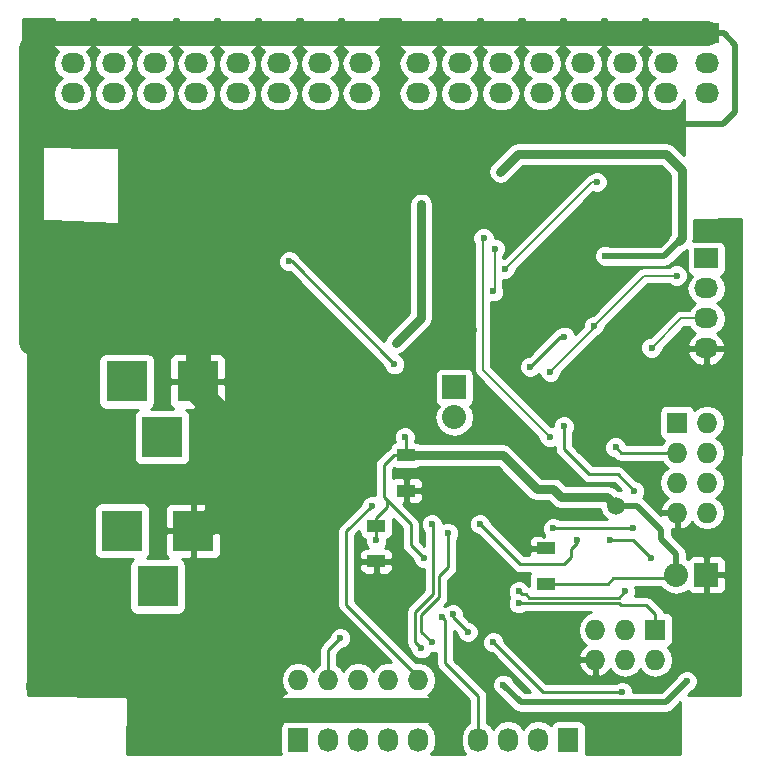
<source format=gbr>
G04 #@! TF.FileFunction,Copper,L2,Bot,Signal*
%FSLAX46Y46*%
G04 Gerber Fmt 4.6, Leading zero omitted, Abs format (unit mm)*
G04 Created by KiCad (PCBNEW 4.0.0-rc2-stable) date 7/13/2016 8:06:37 PM*
%MOMM*%
G01*
G04 APERTURE LIST*
%ADD10C,0.100000*%
%ADD11R,3.500120X3.500120*%
%ADD12R,2.032000X2.032000*%
%ADD13O,2.032000X2.032000*%
%ADD14R,1.727200X2.032000*%
%ADD15O,1.727200X2.032000*%
%ADD16R,1.727200X1.727200*%
%ADD17O,1.727200X1.727200*%
%ADD18R,2.032000X1.727200*%
%ADD19O,2.032000X1.727200*%
%ADD20R,1.600000X1.000000*%
%ADD21C,0.600000*%
%ADD22C,1.500000*%
%ADD23C,0.500000*%
%ADD24C,0.200000*%
%ADD25C,0.250000*%
%ADD26C,2.100000*%
%ADD27C,0.750000*%
%ADD28C,0.150000*%
%ADD29C,0.254000*%
G04 APERTURE END LIST*
D10*
D11*
X164569140Y-63881000D03*
X158569660Y-63881000D03*
X161569400Y-68580000D03*
D12*
X207645000Y-80264000D03*
D13*
X205105000Y-80264000D03*
D11*
X164188140Y-76517500D03*
X158188660Y-76517500D03*
X161188400Y-81216500D03*
D12*
X186309000Y-64389000D03*
D13*
X186309000Y-66929000D03*
D14*
X173101000Y-94234000D03*
D15*
X175641000Y-94234000D03*
X178181000Y-94234000D03*
X180721000Y-94234000D03*
X183261000Y-94234000D03*
D14*
X195961000Y-94234000D03*
D15*
X193421000Y-94234000D03*
X190881000Y-94234000D03*
X188341000Y-94234000D03*
D16*
X203327000Y-84899500D03*
D17*
X203327000Y-87439500D03*
X200787000Y-84899500D03*
X200787000Y-87439500D03*
X198247000Y-84899500D03*
X198247000Y-87439500D03*
D18*
X207645000Y-53467000D03*
D19*
X207645000Y-56007000D03*
X207645000Y-58547000D03*
X207645000Y-61087000D03*
D18*
X174942500Y-34417000D03*
D19*
X174942500Y-36957000D03*
X174942500Y-39497000D03*
D18*
X178435000Y-34417000D03*
D19*
X178435000Y-36957000D03*
X178435000Y-39497000D03*
D18*
X171450000Y-34417000D03*
D19*
X171450000Y-36957000D03*
X171450000Y-39497000D03*
D18*
X167957500Y-34417000D03*
D19*
X167957500Y-36957000D03*
X167957500Y-39497000D03*
D18*
X164465000Y-34417000D03*
D19*
X164465000Y-36957000D03*
X164465000Y-39497000D03*
D18*
X160972500Y-34417000D03*
D19*
X160972500Y-36957000D03*
X160972500Y-39497000D03*
D18*
X157480000Y-34417000D03*
D19*
X157480000Y-36957000D03*
X157480000Y-39497000D03*
D18*
X153987500Y-34417000D03*
D19*
X153987500Y-36957000D03*
X153987500Y-39497000D03*
D18*
X207708500Y-34417000D03*
D19*
X207708500Y-36957000D03*
X207708500Y-39497000D03*
D18*
X204216000Y-34417000D03*
D19*
X204216000Y-36957000D03*
X204216000Y-39497000D03*
D18*
X200723500Y-34417000D03*
D19*
X200723500Y-36957000D03*
X200723500Y-39497000D03*
D18*
X197231000Y-34417000D03*
D19*
X197231000Y-36957000D03*
X197231000Y-39497000D03*
D18*
X193738500Y-34417000D03*
D19*
X193738500Y-36957000D03*
X193738500Y-39497000D03*
D18*
X190246000Y-34417000D03*
D19*
X190246000Y-36957000D03*
X190246000Y-39497000D03*
D18*
X186753500Y-34417000D03*
D19*
X186753500Y-36957000D03*
X186753500Y-39497000D03*
D18*
X183261000Y-34417000D03*
D19*
X183261000Y-36957000D03*
X183261000Y-39497000D03*
D16*
X173101000Y-91694000D03*
D17*
X173101000Y-89154000D03*
X175641000Y-91694000D03*
X175641000Y-89154000D03*
X178181000Y-91694000D03*
X178181000Y-89154000D03*
X180721000Y-91694000D03*
X180721000Y-89154000D03*
X183261000Y-91694000D03*
X183261000Y-89154000D03*
D16*
X205168500Y-67373500D03*
D17*
X207708500Y-67373500D03*
X205168500Y-69913500D03*
X207708500Y-69913500D03*
X205168500Y-72453500D03*
X207708500Y-72453500D03*
X205168500Y-74993500D03*
X207708500Y-74993500D03*
D20*
X179705000Y-76097000D03*
X179705000Y-79097000D03*
X194056000Y-81002000D03*
X194056000Y-78002000D03*
X182245000Y-70128000D03*
X182245000Y-73128000D03*
D21*
X205994000Y-89255600D03*
X190449200Y-89560400D03*
X194411600Y-63093600D03*
X205130400Y-54914800D03*
X198120000Y-59182000D03*
X199517000Y-77343000D03*
X202946000Y-78867000D03*
X187325000Y-78105000D03*
X205943200Y-63296800D03*
X203657200Y-62738000D03*
X188010800Y-59537600D03*
X186131200Y-61112400D03*
X165506400Y-57099200D03*
X162915600Y-48355500D03*
X203149200Y-42672000D03*
X181000400Y-39166800D03*
D22*
X200025000Y-74422000D03*
D21*
X183769000Y-78867000D03*
X179705000Y-77343000D03*
X182118000Y-68580000D03*
X195630800Y-60096400D03*
X192735200Y-62636400D03*
X199085200Y-53238400D03*
X190195200Y-46126400D03*
X205333600Y-52019200D03*
X181356000Y-60642500D03*
X183515000Y-48895000D03*
X195580000Y-67691000D03*
X201549000Y-73152000D03*
X172339000Y-53721000D03*
X181229000Y-62420500D03*
X196723000Y-77343000D03*
X188468000Y-75946000D03*
X179324000Y-74422000D03*
X184404000Y-75946000D03*
X183515000Y-86487000D03*
X176657000Y-85598000D03*
X185293000Y-83820000D03*
X186182000Y-83566000D03*
X187452000Y-85090000D03*
X200533000Y-90170000D03*
X189611000Y-85979000D03*
X191770000Y-82677000D03*
X200787000Y-81661000D03*
X191770000Y-81661000D03*
X201422000Y-76327000D03*
X194691000Y-76327000D03*
X199961500Y-69469000D03*
X194373500Y-68580000D03*
X188785500Y-51752500D03*
X189738000Y-52641500D03*
X189611000Y-56261000D03*
X203009500Y-61023500D03*
X184404000Y-85979000D03*
X185801000Y-76708000D03*
X198374000Y-46990000D03*
X190563500Y-54356000D03*
D23*
X204216000Y-91033600D02*
X205994000Y-89255600D01*
X191922400Y-91033600D02*
X204216000Y-91033600D01*
X190449200Y-89560400D02*
X191922400Y-91033600D01*
D24*
X198120000Y-59385200D02*
X198120000Y-59182000D01*
X194411600Y-63093600D02*
X198120000Y-59385200D01*
X202387200Y-54914800D02*
X205130400Y-54914800D01*
X198120000Y-59182000D02*
X202387200Y-54914800D01*
D25*
X201422000Y-77343000D02*
X199517000Y-77343000D01*
X202946000Y-78867000D02*
X201422000Y-77343000D01*
D26*
X183261000Y-91694000D02*
X185801000Y-91694000D01*
X185801000Y-91694000D02*
X185864500Y-91757500D01*
X173101000Y-91694000D02*
X169481500Y-91694000D01*
X180721000Y-91694000D02*
X183261000Y-91694000D01*
X173101000Y-91694000D02*
X175641000Y-91694000D01*
X175641000Y-91694000D02*
X178181000Y-91694000D01*
X178181000Y-91694000D02*
X180721000Y-91694000D01*
X151638000Y-34417000D02*
X150431500Y-35623500D01*
X153987500Y-34417000D02*
X151638000Y-34417000D01*
D25*
X204216000Y-63296800D02*
X205943200Y-63296800D01*
X203657200Y-62738000D02*
X204216000Y-63296800D01*
D23*
X162915600Y-48355500D02*
X162915600Y-48361600D01*
X209169000Y-34417000D02*
X207708500Y-34417000D01*
X210108800Y-35356800D02*
X209169000Y-34417000D01*
X210108800Y-41046400D02*
X210108800Y-35356800D01*
X209042000Y-42113200D02*
X210108800Y-41046400D01*
X203708000Y-42113200D02*
X209042000Y-42113200D01*
X203149200Y-42672000D02*
X203708000Y-42113200D01*
X180898800Y-39065200D02*
X180898800Y-34417000D01*
X181000400Y-39166800D02*
X180898800Y-39065200D01*
D26*
X164569140Y-63881000D02*
X164569140Y-64747140D01*
X164569140Y-64747140D02*
X166179500Y-66357500D01*
X166179500Y-66357500D02*
X166179500Y-75097640D01*
X166179500Y-75097640D02*
X164696140Y-76581000D01*
X153987500Y-34417000D02*
X151638000Y-34417000D01*
X164569140Y-60873640D02*
X164569140Y-63881000D01*
X163830000Y-60134500D02*
X164569140Y-60873640D01*
X150812500Y-60134500D02*
X163830000Y-60134500D01*
X150431500Y-60515500D02*
X150812500Y-60134500D01*
X150431500Y-35623500D02*
X150431500Y-60515500D01*
X151638000Y-34417000D02*
X150431500Y-35623500D01*
X153987500Y-34417000D02*
X157480000Y-34417000D01*
X157480000Y-34417000D02*
X160972500Y-34417000D01*
X160972500Y-34417000D02*
X164465000Y-34417000D01*
X164465000Y-34417000D02*
X167957500Y-34417000D01*
X167957500Y-34417000D02*
X171450000Y-34417000D01*
X171450000Y-34417000D02*
X174942500Y-34417000D01*
X174942500Y-34417000D02*
X178435000Y-34417000D01*
X178435000Y-34417000D02*
X180898800Y-34417000D01*
X180898800Y-34417000D02*
X183261000Y-34417000D01*
X183261000Y-34417000D02*
X186753500Y-34417000D01*
X186753500Y-34417000D02*
X190246000Y-34417000D01*
X190246000Y-34417000D02*
X193738500Y-34417000D01*
X193738500Y-34417000D02*
X197231000Y-34417000D01*
X197231000Y-34417000D02*
X200723500Y-34417000D01*
X200723500Y-34417000D02*
X204216000Y-34417000D01*
X204216000Y-34417000D02*
X207708500Y-34417000D01*
D25*
X179705000Y-77343000D02*
X179705000Y-75438000D01*
X180594000Y-74549000D02*
X180594000Y-73914000D01*
X179705000Y-75438000D02*
X180594000Y-74549000D01*
D23*
X200025000Y-74422000D02*
X201803000Y-74422000D01*
D27*
X182245000Y-70128000D02*
X190397000Y-70128000D01*
X199263000Y-73660000D02*
X200025000Y-74422000D01*
X195326000Y-73660000D02*
X199263000Y-73660000D01*
X194691000Y-73025000D02*
X195326000Y-73660000D01*
X193294000Y-73025000D02*
X194691000Y-73025000D01*
X190397000Y-70128000D02*
X193294000Y-73025000D01*
D23*
X205105000Y-78486000D02*
X205105000Y-80264000D01*
X203835000Y-77216000D02*
X205105000Y-78486000D01*
X203835000Y-76454000D02*
X203835000Y-77216000D01*
X201803000Y-74422000D02*
X203835000Y-76454000D01*
D25*
X194056000Y-81002000D02*
X199287000Y-81002000D01*
X199771000Y-80518000D02*
X204851000Y-80518000D01*
X199287000Y-81002000D02*
X199771000Y-80518000D01*
X204851000Y-80518000D02*
X205105000Y-80264000D01*
X183769000Y-78867000D02*
X182626000Y-77724000D01*
X182626000Y-77724000D02*
X182626000Y-75946000D01*
X182626000Y-75946000D02*
X180594000Y-73914000D01*
X181205000Y-70128000D02*
X182245000Y-70128000D01*
X180594000Y-73914000D02*
X180340000Y-73660000D01*
X180340000Y-73660000D02*
X180340000Y-70993000D01*
X180340000Y-70993000D02*
X181205000Y-70128000D01*
X179705000Y-76097000D02*
X179705000Y-77343000D01*
X182245000Y-70128000D02*
X182245000Y-68707000D01*
X182245000Y-68707000D02*
X182118000Y-68580000D01*
X195275200Y-60096400D02*
X195630800Y-60096400D01*
X192735200Y-62636400D02*
X195275200Y-60096400D01*
D23*
X199085200Y-53238400D02*
X199136000Y-53289200D01*
X199136000Y-53289200D02*
X204063600Y-53289200D01*
X204063600Y-53289200D02*
X205333600Y-52019200D01*
D27*
X191719200Y-44602400D02*
X190195200Y-46126400D01*
X204216000Y-44602400D02*
X191719200Y-44602400D01*
X205587600Y-45974000D02*
X204216000Y-44602400D01*
X205587600Y-51765200D02*
X205587600Y-45974000D01*
X205333600Y-52019200D02*
X205587600Y-51765200D01*
X181356000Y-60642500D02*
X183515000Y-58483500D01*
X183515000Y-58483500D02*
X183515000Y-48895000D01*
D25*
X195580000Y-69596000D02*
X195580000Y-67691000D01*
X197739000Y-71755000D02*
X195580000Y-69596000D01*
X200152000Y-71755000D02*
X197739000Y-71755000D01*
X201549000Y-73152000D02*
X200152000Y-71755000D01*
X172529500Y-53721000D02*
X172339000Y-53721000D01*
X181229000Y-62420500D02*
X172529500Y-53721000D01*
X196723000Y-77539002D02*
X196723000Y-77343000D01*
X196215000Y-78047002D02*
X196723000Y-77539002D01*
X196215000Y-78740000D02*
X196215000Y-78047002D01*
X195580000Y-79375000D02*
X196215000Y-78740000D01*
X191897000Y-79375000D02*
X195580000Y-79375000D01*
X188468000Y-75946000D02*
X191897000Y-79375000D01*
X183261000Y-89154000D02*
X183261000Y-88900000D01*
X183261000Y-88900000D02*
X182562500Y-88201500D01*
X177165000Y-82804000D02*
X182562500Y-88201500D01*
X182562500Y-88201500D02*
X183261000Y-88900000D01*
X177165000Y-76581000D02*
X177165000Y-82804000D01*
X179324000Y-74422000D02*
X177165000Y-76581000D01*
X183261000Y-88900000D02*
X183261000Y-88963500D01*
X184531000Y-76073000D02*
X184404000Y-75946000D01*
X184531000Y-81845998D02*
X184531000Y-76073000D01*
X183007000Y-83369998D02*
X184531000Y-81845998D01*
X183007000Y-85979000D02*
X183007000Y-83369998D01*
X183515000Y-86487000D02*
X183007000Y-85979000D01*
X175641000Y-89154000D02*
X175641000Y-87884000D01*
X175641000Y-86614000D02*
X175641000Y-87884000D01*
X175641000Y-87884000D02*
X175641000Y-88963500D01*
X176657000Y-85598000D02*
X175641000Y-86614000D01*
X188341000Y-90551000D02*
X188341000Y-94234000D01*
X185547000Y-87757000D02*
X188341000Y-90551000D01*
X185547000Y-84074000D02*
X185547000Y-87757000D01*
X185293000Y-83820000D02*
X185547000Y-84074000D01*
X186182000Y-83820000D02*
X186182000Y-83566000D01*
X187452000Y-85090000D02*
X186182000Y-83820000D01*
X193802000Y-90170000D02*
X200533000Y-90170000D01*
X189611000Y-85979000D02*
X193802000Y-90170000D01*
X203327000Y-83566000D02*
X203327000Y-84899500D01*
X202565000Y-82804000D02*
X203327000Y-83566000D01*
X200406000Y-82804000D02*
X202565000Y-82804000D01*
X200279000Y-82677000D02*
X200406000Y-82804000D01*
X191770000Y-82677000D02*
X200279000Y-82677000D01*
X200221002Y-82226998D02*
X200787000Y-81661000D01*
X192659000Y-82226998D02*
X200221002Y-82226998D01*
X192347002Y-81915000D02*
X192659000Y-82226998D01*
X192024000Y-81915000D02*
X192347002Y-81915000D01*
X191770000Y-81661000D02*
X192024000Y-81915000D01*
X194691000Y-76327000D02*
X201422000Y-76327000D01*
X200406000Y-69913500D02*
X205168500Y-69913500D01*
X199961500Y-69469000D02*
X200406000Y-69913500D01*
X207708500Y-69913500D02*
X208216500Y-69913500D01*
D24*
X188722000Y-51816000D02*
X188785500Y-51752500D01*
X188722000Y-62928500D02*
X188722000Y-51816000D01*
X188722000Y-62928500D02*
X194373500Y-68580000D01*
X189738000Y-56134000D02*
X189738000Y-52641500D01*
X189611000Y-56261000D02*
X189738000Y-56134000D01*
X207645000Y-58547000D02*
X205486000Y-58547000D01*
X205486000Y-58547000D02*
X203009500Y-61023500D01*
D25*
X183515000Y-85090000D02*
X184404000Y-85979000D01*
X183515000Y-83693000D02*
X183515000Y-85090000D01*
X185039000Y-82169000D02*
X183515000Y-83693000D01*
X185039000Y-80391000D02*
X185039000Y-82169000D01*
X185801000Y-79629000D02*
X185039000Y-80391000D01*
X185801000Y-76708000D02*
X185801000Y-79629000D01*
D26*
X158188660Y-76517500D02*
X158188660Y-75999340D01*
D28*
X197929500Y-46990000D02*
X198374000Y-46990000D01*
X190563500Y-54356000D02*
X197929500Y-46990000D01*
D29*
G36*
X152336500Y-33427090D02*
X152336500Y-34131250D01*
X152495250Y-34290000D01*
X153860500Y-34290000D01*
X153860500Y-34270000D01*
X154114500Y-34270000D01*
X154114500Y-34290000D01*
X155479750Y-34290000D01*
X155638500Y-34131250D01*
X155638500Y-33427090D01*
X155553549Y-33222000D01*
X155913951Y-33222000D01*
X155829000Y-33427090D01*
X155829000Y-34131250D01*
X155987750Y-34290000D01*
X157353000Y-34290000D01*
X157353000Y-34270000D01*
X157607000Y-34270000D01*
X157607000Y-34290000D01*
X158972250Y-34290000D01*
X159131000Y-34131250D01*
X159131000Y-33427090D01*
X159046049Y-33222000D01*
X159406451Y-33222000D01*
X159321500Y-33427090D01*
X159321500Y-34131250D01*
X159480250Y-34290000D01*
X160845500Y-34290000D01*
X160845500Y-34270000D01*
X161099500Y-34270000D01*
X161099500Y-34290000D01*
X162464750Y-34290000D01*
X162623500Y-34131250D01*
X162623500Y-33427090D01*
X162538549Y-33222000D01*
X162898951Y-33222000D01*
X162814000Y-33427090D01*
X162814000Y-34131250D01*
X162972750Y-34290000D01*
X164338000Y-34290000D01*
X164338000Y-34270000D01*
X164592000Y-34270000D01*
X164592000Y-34290000D01*
X165957250Y-34290000D01*
X166116000Y-34131250D01*
X166116000Y-33427090D01*
X166031049Y-33222000D01*
X166391451Y-33222000D01*
X166306500Y-33427090D01*
X166306500Y-34131250D01*
X166465250Y-34290000D01*
X167830500Y-34290000D01*
X167830500Y-34270000D01*
X168084500Y-34270000D01*
X168084500Y-34290000D01*
X169449750Y-34290000D01*
X169608500Y-34131250D01*
X169608500Y-33427090D01*
X169523549Y-33222000D01*
X169883951Y-33222000D01*
X169799000Y-33427090D01*
X169799000Y-34131250D01*
X169957750Y-34290000D01*
X171323000Y-34290000D01*
X171323000Y-34270000D01*
X171577000Y-34270000D01*
X171577000Y-34290000D01*
X172942250Y-34290000D01*
X173101000Y-34131250D01*
X173101000Y-33427090D01*
X173016049Y-33222000D01*
X173376451Y-33222000D01*
X173291500Y-33427090D01*
X173291500Y-34131250D01*
X173450250Y-34290000D01*
X174815500Y-34290000D01*
X174815500Y-34270000D01*
X175069500Y-34270000D01*
X175069500Y-34290000D01*
X176434750Y-34290000D01*
X176593500Y-34131250D01*
X176593500Y-33427090D01*
X176508549Y-33222000D01*
X176868951Y-33222000D01*
X176784000Y-33427090D01*
X176784000Y-34131250D01*
X176942750Y-34290000D01*
X178308000Y-34290000D01*
X178308000Y-34270000D01*
X178562000Y-34270000D01*
X178562000Y-34290000D01*
X179927250Y-34290000D01*
X180086000Y-34131250D01*
X180086000Y-33427090D01*
X180001049Y-33222000D01*
X181694951Y-33222000D01*
X181610000Y-33427090D01*
X181610000Y-34131250D01*
X181768750Y-34290000D01*
X183134000Y-34290000D01*
X183134000Y-34270000D01*
X183388000Y-34270000D01*
X183388000Y-34290000D01*
X184753250Y-34290000D01*
X184912000Y-34131250D01*
X184912000Y-33427090D01*
X184827049Y-33222000D01*
X185187451Y-33222000D01*
X185102500Y-33427090D01*
X185102500Y-34131250D01*
X185261250Y-34290000D01*
X186626500Y-34290000D01*
X186626500Y-34270000D01*
X186880500Y-34270000D01*
X186880500Y-34290000D01*
X188245750Y-34290000D01*
X188404500Y-34131250D01*
X188404500Y-33427090D01*
X188319549Y-33222000D01*
X188679951Y-33222000D01*
X188595000Y-33427090D01*
X188595000Y-34131250D01*
X188753750Y-34290000D01*
X190119000Y-34290000D01*
X190119000Y-34270000D01*
X190373000Y-34270000D01*
X190373000Y-34290000D01*
X191738250Y-34290000D01*
X191897000Y-34131250D01*
X191897000Y-33427090D01*
X191812049Y-33222000D01*
X192172451Y-33222000D01*
X192087500Y-33427090D01*
X192087500Y-34131250D01*
X192246250Y-34290000D01*
X193611500Y-34290000D01*
X193611500Y-34270000D01*
X193865500Y-34270000D01*
X193865500Y-34290000D01*
X195230750Y-34290000D01*
X195389500Y-34131250D01*
X195389500Y-33427090D01*
X195304549Y-33222000D01*
X195664951Y-33222000D01*
X195580000Y-33427090D01*
X195580000Y-34131250D01*
X195738750Y-34290000D01*
X197104000Y-34290000D01*
X197104000Y-34270000D01*
X197358000Y-34270000D01*
X197358000Y-34290000D01*
X198723250Y-34290000D01*
X198882000Y-34131250D01*
X198882000Y-33427090D01*
X198797049Y-33222000D01*
X199157451Y-33222000D01*
X199072500Y-33427090D01*
X199072500Y-34131250D01*
X199231250Y-34290000D01*
X200596500Y-34290000D01*
X200596500Y-34270000D01*
X200850500Y-34270000D01*
X200850500Y-34290000D01*
X202215750Y-34290000D01*
X202374500Y-34131250D01*
X202374500Y-33427090D01*
X202289549Y-33222000D01*
X202649951Y-33222000D01*
X202565000Y-33427090D01*
X202565000Y-34131250D01*
X202723750Y-34290000D01*
X204089000Y-34290000D01*
X204089000Y-34270000D01*
X204343000Y-34270000D01*
X204343000Y-34290000D01*
X204363000Y-34290000D01*
X204363000Y-34544000D01*
X204343000Y-34544000D01*
X204343000Y-34564000D01*
X204089000Y-34564000D01*
X204089000Y-34544000D01*
X202723750Y-34544000D01*
X202565000Y-34702750D01*
X202565000Y-35406910D01*
X202661673Y-35640299D01*
X202840302Y-35818927D01*
X202993780Y-35882500D01*
X202971585Y-35897330D01*
X202646729Y-36383511D01*
X202532655Y-36957000D01*
X202646729Y-37530489D01*
X202971585Y-38016670D01*
X203286366Y-38227000D01*
X202971585Y-38437330D01*
X202646729Y-38923511D01*
X202532655Y-39497000D01*
X202646729Y-40070489D01*
X202971585Y-40556670D01*
X203457766Y-40881526D01*
X204031255Y-40995600D01*
X204400745Y-40995600D01*
X204974234Y-40881526D01*
X205460415Y-40556670D01*
X205772905Y-40088996D01*
X205745996Y-44704040D01*
X204930178Y-43888222D01*
X204602510Y-43669282D01*
X204216000Y-43592400D01*
X191719200Y-43592400D01*
X191332689Y-43669282D01*
X191005022Y-43888222D01*
X189481022Y-45412222D01*
X189262082Y-45739890D01*
X189185200Y-46126400D01*
X189262082Y-46512910D01*
X189481022Y-46840578D01*
X189808690Y-47059518D01*
X190195200Y-47136400D01*
X190581710Y-47059518D01*
X190909378Y-46840578D01*
X192137556Y-45612400D01*
X203797644Y-45612400D01*
X204577600Y-46392356D01*
X204577600Y-51367613D01*
X204400482Y-51632690D01*
X204383585Y-51717636D01*
X203697020Y-52404200D01*
X199514361Y-52404200D01*
X199271999Y-52303562D01*
X198900033Y-52303238D01*
X198556257Y-52445283D01*
X198293008Y-52708073D01*
X198150362Y-53051601D01*
X198150038Y-53423567D01*
X198292083Y-53767343D01*
X198554873Y-54030592D01*
X198898401Y-54173238D01*
X199132183Y-54173442D01*
X199136000Y-54174201D01*
X199136005Y-54174200D01*
X204063595Y-54174200D01*
X204063600Y-54174201D01*
X204346084Y-54118010D01*
X204402275Y-54106833D01*
X204689390Y-53914990D01*
X204689391Y-53914989D01*
X205635164Y-52969215D01*
X205720110Y-52952318D01*
X205981560Y-52777623D01*
X205981560Y-54330600D01*
X206025838Y-54565917D01*
X206164910Y-54782041D01*
X206377110Y-54927031D01*
X206418439Y-54935400D01*
X206400585Y-54947330D01*
X206075729Y-55433511D01*
X205961655Y-56007000D01*
X206075729Y-56580489D01*
X206400585Y-57066670D01*
X206715366Y-57277000D01*
X206400585Y-57487330D01*
X206183647Y-57812000D01*
X205486000Y-57812000D01*
X205204728Y-57867949D01*
X204966277Y-58027276D01*
X202905145Y-60088408D01*
X202824333Y-60088338D01*
X202480557Y-60230383D01*
X202217308Y-60493173D01*
X202074662Y-60836701D01*
X202074338Y-61208667D01*
X202216383Y-61552443D01*
X202479173Y-61815692D01*
X202822701Y-61958338D01*
X203194667Y-61958662D01*
X203538443Y-61816617D01*
X203801692Y-61553827D01*
X203846455Y-61446026D01*
X206037642Y-61446026D01*
X206040291Y-61461791D01*
X206294268Y-61989036D01*
X206730680Y-62378954D01*
X207283087Y-62572184D01*
X207518000Y-62427924D01*
X207518000Y-61214000D01*
X207772000Y-61214000D01*
X207772000Y-62427924D01*
X208006913Y-62572184D01*
X208559320Y-62378954D01*
X208995732Y-61989036D01*
X209249709Y-61461791D01*
X209252358Y-61446026D01*
X209131217Y-61214000D01*
X207772000Y-61214000D01*
X207518000Y-61214000D01*
X206158783Y-61214000D01*
X206037642Y-61446026D01*
X203846455Y-61446026D01*
X203944338Y-61210299D01*
X203944410Y-61128037D01*
X205790447Y-59282000D01*
X206183647Y-59282000D01*
X206400585Y-59606670D01*
X206710069Y-59813461D01*
X206294268Y-60184964D01*
X206040291Y-60712209D01*
X206037642Y-60727974D01*
X206158783Y-60960000D01*
X207518000Y-60960000D01*
X207518000Y-60940000D01*
X207772000Y-60940000D01*
X207772000Y-60960000D01*
X209131217Y-60960000D01*
X209252358Y-60727974D01*
X209249709Y-60712209D01*
X208995732Y-60184964D01*
X208579931Y-59813461D01*
X208889415Y-59606670D01*
X209214271Y-59120489D01*
X209328345Y-58547000D01*
X209214271Y-57973511D01*
X208889415Y-57487330D01*
X208574634Y-57277000D01*
X208889415Y-57066670D01*
X209214271Y-56580489D01*
X209328345Y-56007000D01*
X209214271Y-55433511D01*
X208889415Y-54947330D01*
X208875087Y-54937757D01*
X208896317Y-54933762D01*
X209112441Y-54794690D01*
X209257431Y-54582490D01*
X209308440Y-54330600D01*
X209308440Y-52603400D01*
X209264162Y-52368083D01*
X209125090Y-52151959D01*
X208912890Y-52006969D01*
X208661000Y-51955960D01*
X206629000Y-51955960D01*
X206556959Y-51969515D01*
X206597600Y-51765200D01*
X206597600Y-50211309D01*
X210591239Y-50166437D01*
X210540759Y-90398600D01*
X206102579Y-90398600D01*
X206402834Y-90098345D01*
X206522943Y-90048717D01*
X206786192Y-89785927D01*
X206928838Y-89442399D01*
X206929162Y-89070433D01*
X206787117Y-88726657D01*
X206524327Y-88463408D01*
X206180799Y-88320762D01*
X205808833Y-88320438D01*
X205465057Y-88462483D01*
X205201808Y-88725273D01*
X205151434Y-88846587D01*
X203849420Y-90148600D01*
X201468019Y-90148600D01*
X201468162Y-89984833D01*
X201326117Y-89641057D01*
X201063327Y-89377808D01*
X200719799Y-89235162D01*
X200347833Y-89234838D01*
X200004057Y-89376883D01*
X199970882Y-89410000D01*
X194116802Y-89410000D01*
X192505329Y-87798527D01*
X196792032Y-87798527D01*
X197040179Y-88327990D01*
X197472053Y-88722188D01*
X197887974Y-88894458D01*
X198120000Y-88773317D01*
X198120000Y-87566500D01*
X196912531Y-87566500D01*
X196792032Y-87798527D01*
X192505329Y-87798527D01*
X190546122Y-85839320D01*
X190546162Y-85793833D01*
X190404117Y-85450057D01*
X190141327Y-85186808D01*
X189797799Y-85044162D01*
X189425833Y-85043838D01*
X189082057Y-85185883D01*
X188818808Y-85448673D01*
X188676162Y-85792201D01*
X188675838Y-86164167D01*
X188817883Y-86507943D01*
X189080673Y-86771192D01*
X189424201Y-86913838D01*
X189471077Y-86913879D01*
X192705798Y-90148600D01*
X192288979Y-90148600D01*
X191291944Y-89151564D01*
X191242317Y-89031457D01*
X190979527Y-88768208D01*
X190635999Y-88625562D01*
X190264033Y-88625238D01*
X189920257Y-88767283D01*
X189657008Y-89030073D01*
X189514362Y-89373601D01*
X189514038Y-89745567D01*
X189656083Y-90089343D01*
X189918873Y-90352592D01*
X190040186Y-90402966D01*
X191296608Y-91659387D01*
X191296610Y-91659390D01*
X191583725Y-91851233D01*
X191922400Y-91918600D01*
X204215995Y-91918600D01*
X204216000Y-91918601D01*
X204498484Y-91862410D01*
X204554675Y-91851233D01*
X204841790Y-91659390D01*
X205460600Y-91040580D01*
X205460600Y-95429000D01*
X197435792Y-95429000D01*
X197472040Y-95250000D01*
X197472040Y-93218000D01*
X197427762Y-92982683D01*
X197288690Y-92766559D01*
X197076490Y-92621569D01*
X196824600Y-92570560D01*
X195097400Y-92570560D01*
X194862083Y-92614838D01*
X194645959Y-92753910D01*
X194500969Y-92966110D01*
X194492600Y-93007439D01*
X194480670Y-92989585D01*
X193994489Y-92664729D01*
X193421000Y-92550655D01*
X192847511Y-92664729D01*
X192361330Y-92989585D01*
X192151000Y-93304366D01*
X191940670Y-92989585D01*
X191454489Y-92664729D01*
X190881000Y-92550655D01*
X190307511Y-92664729D01*
X189821330Y-92989585D01*
X189611000Y-93304366D01*
X189400670Y-92989585D01*
X189101000Y-92789352D01*
X189101000Y-90551000D01*
X189043148Y-90260161D01*
X188878401Y-90013599D01*
X186307000Y-87442198D01*
X186307000Y-85019802D01*
X186516878Y-85229680D01*
X186516838Y-85275167D01*
X186658883Y-85618943D01*
X186921673Y-85882192D01*
X187265201Y-86024838D01*
X187637167Y-86025162D01*
X187980943Y-85883117D01*
X188244192Y-85620327D01*
X188386838Y-85276799D01*
X188387162Y-84904833D01*
X188245117Y-84561057D01*
X187982327Y-84297808D01*
X187638799Y-84155162D01*
X187591923Y-84155121D01*
X187116901Y-83680099D01*
X187117162Y-83380833D01*
X186975117Y-83037057D01*
X186712327Y-82773808D01*
X186368799Y-82631162D01*
X185996833Y-82630838D01*
X185653057Y-82772883D01*
X185522726Y-82902987D01*
X185479799Y-82885162D01*
X185397712Y-82885090D01*
X185576401Y-82706401D01*
X185741148Y-82459840D01*
X185750746Y-82411586D01*
X185799000Y-82169000D01*
X185799000Y-80705802D01*
X186338401Y-80166401D01*
X186503148Y-79919839D01*
X186561000Y-79629000D01*
X186561000Y-77270463D01*
X186593192Y-77238327D01*
X186735838Y-76894799D01*
X186736162Y-76522833D01*
X186594117Y-76179057D01*
X186331327Y-75915808D01*
X185987799Y-75773162D01*
X185615833Y-75772838D01*
X185339052Y-75887201D01*
X185339162Y-75760833D01*
X185197117Y-75417057D01*
X184934327Y-75153808D01*
X184590799Y-75011162D01*
X184218833Y-75010838D01*
X183875057Y-75152883D01*
X183611808Y-75415673D01*
X183469162Y-75759201D01*
X183468838Y-76131167D01*
X183610883Y-76474943D01*
X183771000Y-76635340D01*
X183771000Y-77794198D01*
X183386000Y-77409198D01*
X183386000Y-75946000D01*
X183328148Y-75655161D01*
X183163401Y-75408599D01*
X181988526Y-74233724D01*
X182118000Y-74104250D01*
X182118000Y-73255000D01*
X182372000Y-73255000D01*
X182372000Y-74104250D01*
X182530750Y-74263000D01*
X183171310Y-74263000D01*
X183404699Y-74166327D01*
X183583327Y-73987698D01*
X183680000Y-73754309D01*
X183680000Y-73413750D01*
X183521250Y-73255000D01*
X182372000Y-73255000D01*
X182118000Y-73255000D01*
X182098000Y-73255000D01*
X182098000Y-73001000D01*
X182118000Y-73001000D01*
X182118000Y-72151750D01*
X182372000Y-72151750D01*
X182372000Y-73001000D01*
X183521250Y-73001000D01*
X183680000Y-72842250D01*
X183680000Y-72501691D01*
X183583327Y-72268302D01*
X183404699Y-72089673D01*
X183171310Y-71993000D01*
X182530750Y-71993000D01*
X182372000Y-72151750D01*
X182118000Y-72151750D01*
X181959250Y-71993000D01*
X181318690Y-71993000D01*
X181100000Y-72083584D01*
X181100000Y-71307802D01*
X181187324Y-71220478D01*
X181193110Y-71224431D01*
X181445000Y-71275440D01*
X183045000Y-71275440D01*
X183280317Y-71231162D01*
X183425095Y-71138000D01*
X189978644Y-71138000D01*
X192579822Y-73739178D01*
X192907490Y-73958118D01*
X193294000Y-74035000D01*
X194272644Y-74035000D01*
X194611822Y-74374178D01*
X194939490Y-74593118D01*
X195326000Y-74670000D01*
X198639783Y-74670000D01*
X198639760Y-74696285D01*
X198850169Y-75205515D01*
X199211025Y-75567000D01*
X195253463Y-75567000D01*
X195221327Y-75534808D01*
X194877799Y-75392162D01*
X194505833Y-75391838D01*
X194162057Y-75533883D01*
X193898808Y-75796673D01*
X193756162Y-76140201D01*
X193755838Y-76512167D01*
X193897883Y-76855943D01*
X193928998Y-76887112D01*
X193928998Y-77025748D01*
X193770250Y-76867000D01*
X193129690Y-76867000D01*
X192896301Y-76963673D01*
X192717673Y-77142302D01*
X192621000Y-77375691D01*
X192621000Y-77716250D01*
X192779750Y-77875000D01*
X193929000Y-77875000D01*
X193929000Y-77855000D01*
X194183000Y-77855000D01*
X194183000Y-77875000D01*
X194203000Y-77875000D01*
X194203000Y-78129000D01*
X194183000Y-78129000D01*
X194183000Y-78149000D01*
X193929000Y-78149000D01*
X193929000Y-78129000D01*
X192779750Y-78129000D01*
X192621000Y-78287750D01*
X192621000Y-78615000D01*
X192211802Y-78615000D01*
X189403122Y-75806320D01*
X189403162Y-75760833D01*
X189261117Y-75417057D01*
X188998327Y-75153808D01*
X188654799Y-75011162D01*
X188282833Y-75010838D01*
X187939057Y-75152883D01*
X187675808Y-75415673D01*
X187533162Y-75759201D01*
X187532838Y-76131167D01*
X187674883Y-76474943D01*
X187937673Y-76738192D01*
X188281201Y-76880838D01*
X188328077Y-76880879D01*
X191359599Y-79912401D01*
X191606160Y-80077148D01*
X191897000Y-80135000D01*
X192738220Y-80135000D01*
X192659569Y-80250110D01*
X192608560Y-80502000D01*
X192608560Y-81207028D01*
X192592799Y-81203892D01*
X192563117Y-81132057D01*
X192300327Y-80868808D01*
X191956799Y-80726162D01*
X191584833Y-80725838D01*
X191241057Y-80867883D01*
X190977808Y-81130673D01*
X190835162Y-81474201D01*
X190834838Y-81846167D01*
X190968383Y-82169371D01*
X190835162Y-82490201D01*
X190834838Y-82862167D01*
X190976883Y-83205943D01*
X191239673Y-83469192D01*
X191583201Y-83611838D01*
X191955167Y-83612162D01*
X192298943Y-83470117D01*
X192332118Y-83437000D01*
X197917915Y-83437000D01*
X197673511Y-83485615D01*
X197187330Y-83810471D01*
X196862474Y-84296652D01*
X196748400Y-84870141D01*
X196748400Y-84928859D01*
X196862474Y-85502348D01*
X197187330Y-85988529D01*
X197458161Y-86169492D01*
X197040179Y-86551010D01*
X196792032Y-87080473D01*
X196912531Y-87312500D01*
X198120000Y-87312500D01*
X198120000Y-87292500D01*
X198374000Y-87292500D01*
X198374000Y-87312500D01*
X198394000Y-87312500D01*
X198394000Y-87566500D01*
X198374000Y-87566500D01*
X198374000Y-88773317D01*
X198606026Y-88894458D01*
X199021947Y-88722188D01*
X199453821Y-88327990D01*
X199511336Y-88205272D01*
X199727330Y-88528529D01*
X200213511Y-88853385D01*
X200787000Y-88967459D01*
X201360489Y-88853385D01*
X201846670Y-88528529D01*
X202057000Y-88213748D01*
X202267330Y-88528529D01*
X202753511Y-88853385D01*
X203327000Y-88967459D01*
X203900489Y-88853385D01*
X204386670Y-88528529D01*
X204711526Y-88042348D01*
X204825600Y-87468859D01*
X204825600Y-87410141D01*
X204711526Y-86836652D01*
X204400426Y-86371058D01*
X204425917Y-86366262D01*
X204642041Y-86227190D01*
X204787031Y-86014990D01*
X204838040Y-85763100D01*
X204838040Y-84035900D01*
X204793762Y-83800583D01*
X204654690Y-83584459D01*
X204442490Y-83439469D01*
X204190600Y-83388460D01*
X204051685Y-83388460D01*
X204029148Y-83275161D01*
X203864401Y-83028599D01*
X203102401Y-82266599D01*
X202855839Y-82101852D01*
X202565000Y-82044000D01*
X201640368Y-82044000D01*
X201721838Y-81847799D01*
X201722162Y-81475833D01*
X201640419Y-81278000D01*
X203813434Y-81278000D01*
X203937567Y-81463778D01*
X204473190Y-81821670D01*
X205105000Y-81947345D01*
X205736810Y-81821670D01*
X206073001Y-81597034D01*
X206090673Y-81639698D01*
X206269301Y-81818327D01*
X206502690Y-81915000D01*
X207359250Y-81915000D01*
X207518000Y-81756250D01*
X207518000Y-80391000D01*
X207772000Y-80391000D01*
X207772000Y-81756250D01*
X207930750Y-81915000D01*
X208787310Y-81915000D01*
X209020699Y-81818327D01*
X209199327Y-81639698D01*
X209296000Y-81406309D01*
X209296000Y-80549750D01*
X209137250Y-80391000D01*
X207772000Y-80391000D01*
X207518000Y-80391000D01*
X207498000Y-80391000D01*
X207498000Y-80137000D01*
X207518000Y-80137000D01*
X207518000Y-78771750D01*
X207772000Y-78771750D01*
X207772000Y-80137000D01*
X209137250Y-80137000D01*
X209296000Y-79978250D01*
X209296000Y-79121691D01*
X209199327Y-78888302D01*
X209020699Y-78709673D01*
X208787310Y-78613000D01*
X207930750Y-78613000D01*
X207772000Y-78771750D01*
X207518000Y-78771750D01*
X207359250Y-78613000D01*
X206502690Y-78613000D01*
X206269301Y-78709673D01*
X206090673Y-78888302D01*
X206073001Y-78930966D01*
X205990000Y-78875506D01*
X205990000Y-78486005D01*
X205990001Y-78486000D01*
X205922633Y-78147325D01*
X205891680Y-78101000D01*
X205730790Y-77860210D01*
X205730787Y-77860208D01*
X204720000Y-76849420D01*
X204720000Y-76454005D01*
X204720001Y-76454000D01*
X204709589Y-76401655D01*
X204809473Y-76448468D01*
X205041500Y-76327969D01*
X205041500Y-75120500D01*
X203834683Y-75120500D01*
X203806692Y-75174113D01*
X202428790Y-73796210D01*
X202343435Y-73739178D01*
X202307976Y-73715485D01*
X202341192Y-73682327D01*
X202483838Y-73338799D01*
X202484162Y-72966833D01*
X202342117Y-72623057D01*
X202079327Y-72359808D01*
X201735799Y-72217162D01*
X201688923Y-72217121D01*
X200689401Y-71217599D01*
X200442839Y-71052852D01*
X200152000Y-70995000D01*
X198053802Y-70995000D01*
X196712969Y-69654167D01*
X199026338Y-69654167D01*
X199168383Y-69997943D01*
X199431173Y-70261192D01*
X199774701Y-70403838D01*
X199821577Y-70403879D01*
X199868599Y-70450901D01*
X200115161Y-70615648D01*
X200406000Y-70673500D01*
X203879238Y-70673500D01*
X204079471Y-70973170D01*
X204394252Y-71183500D01*
X204079471Y-71393830D01*
X203754615Y-71880011D01*
X203640541Y-72453500D01*
X203754615Y-73026989D01*
X204079471Y-73513170D01*
X204402728Y-73729164D01*
X204280010Y-73786679D01*
X203885812Y-74218553D01*
X203713542Y-74634474D01*
X203834683Y-74866500D01*
X205041500Y-74866500D01*
X205041500Y-74846500D01*
X205295500Y-74846500D01*
X205295500Y-74866500D01*
X205315500Y-74866500D01*
X205315500Y-75120500D01*
X205295500Y-75120500D01*
X205295500Y-76327969D01*
X205527527Y-76448468D01*
X206056990Y-76200321D01*
X206438508Y-75782339D01*
X206619471Y-76053170D01*
X207105652Y-76378026D01*
X207679141Y-76492100D01*
X207737859Y-76492100D01*
X208311348Y-76378026D01*
X208797529Y-76053170D01*
X209122385Y-75566989D01*
X209236459Y-74993500D01*
X209122385Y-74420011D01*
X208797529Y-73933830D01*
X208482748Y-73723500D01*
X208797529Y-73513170D01*
X209122385Y-73026989D01*
X209236459Y-72453500D01*
X209122385Y-71880011D01*
X208797529Y-71393830D01*
X208482748Y-71183500D01*
X208797529Y-70973170D01*
X209122385Y-70486989D01*
X209236459Y-69913500D01*
X209122385Y-69340011D01*
X208797529Y-68853830D01*
X208482748Y-68643500D01*
X208797529Y-68433170D01*
X209122385Y-67946989D01*
X209236459Y-67373500D01*
X209122385Y-66800011D01*
X208797529Y-66313830D01*
X208311348Y-65988974D01*
X207737859Y-65874900D01*
X207679141Y-65874900D01*
X207105652Y-65988974D01*
X206640058Y-66300074D01*
X206635262Y-66274583D01*
X206496190Y-66058459D01*
X206283990Y-65913469D01*
X206032100Y-65862460D01*
X204304900Y-65862460D01*
X204069583Y-65906738D01*
X203853459Y-66045810D01*
X203708469Y-66258010D01*
X203657460Y-66509900D01*
X203657460Y-68237100D01*
X203701738Y-68472417D01*
X203840810Y-68688541D01*
X204053010Y-68833531D01*
X204096631Y-68842364D01*
X204079471Y-68853830D01*
X203879238Y-69153500D01*
X200842810Y-69153500D01*
X200754617Y-68940057D01*
X200491827Y-68676808D01*
X200148299Y-68534162D01*
X199776333Y-68533838D01*
X199432557Y-68675883D01*
X199169308Y-68938673D01*
X199026662Y-69282201D01*
X199026338Y-69654167D01*
X196712969Y-69654167D01*
X196340000Y-69281198D01*
X196340000Y-68253463D01*
X196372192Y-68221327D01*
X196514838Y-67877799D01*
X196515162Y-67505833D01*
X196373117Y-67162057D01*
X196110327Y-66898808D01*
X195766799Y-66756162D01*
X195394833Y-66755838D01*
X195051057Y-66897883D01*
X194787808Y-67160673D01*
X194645162Y-67504201D01*
X194645009Y-67680337D01*
X194560299Y-67645162D01*
X194478037Y-67645090D01*
X189654514Y-62821567D01*
X191800038Y-62821567D01*
X191942083Y-63165343D01*
X192204873Y-63428592D01*
X192548401Y-63571238D01*
X192920367Y-63571562D01*
X193264143Y-63429517D01*
X193476491Y-63217539D01*
X193476438Y-63278767D01*
X193618483Y-63622543D01*
X193881273Y-63885792D01*
X194224801Y-64028438D01*
X194596767Y-64028762D01*
X194940543Y-63886717D01*
X195203792Y-63623927D01*
X195346438Y-63280399D01*
X195346510Y-63198136D01*
X198513613Y-60031034D01*
X198648943Y-59975117D01*
X198912192Y-59712327D01*
X199054838Y-59368799D01*
X199054910Y-59286536D01*
X202691647Y-55649800D01*
X204542981Y-55649800D01*
X204600073Y-55706992D01*
X204943601Y-55849638D01*
X205315567Y-55849962D01*
X205659343Y-55707917D01*
X205922592Y-55445127D01*
X206065238Y-55101599D01*
X206065562Y-54729633D01*
X205923517Y-54385857D01*
X205660727Y-54122608D01*
X205317199Y-53979962D01*
X204945233Y-53979638D01*
X204601457Y-54121683D01*
X204543238Y-54179800D01*
X202387200Y-54179800D01*
X202105928Y-54235749D01*
X201867476Y-54395077D01*
X198015646Y-58246908D01*
X197934833Y-58246838D01*
X197591057Y-58388883D01*
X197327808Y-58651673D01*
X197185162Y-58995201D01*
X197184913Y-59280840D01*
X196562617Y-59903137D01*
X196423917Y-59567457D01*
X196161127Y-59304208D01*
X195817599Y-59161562D01*
X195445633Y-59161238D01*
X195101857Y-59303283D01*
X195017291Y-59387702D01*
X194984360Y-59394252D01*
X194737799Y-59558999D01*
X192595520Y-61701278D01*
X192550033Y-61701238D01*
X192206257Y-61843283D01*
X191943008Y-62106073D01*
X191800362Y-62449601D01*
X191800038Y-62821567D01*
X189654514Y-62821567D01*
X189457000Y-62624054D01*
X189457000Y-57195867D01*
X189796167Y-57196162D01*
X190139943Y-57054117D01*
X190403192Y-56791327D01*
X190545838Y-56447799D01*
X190546162Y-56075833D01*
X190473000Y-55898767D01*
X190473000Y-55290922D01*
X190748667Y-55291162D01*
X191092443Y-55149117D01*
X191355692Y-54886327D01*
X191498338Y-54542799D01*
X191498440Y-54425152D01*
X198054045Y-47869547D01*
X198187201Y-47924838D01*
X198559167Y-47925162D01*
X198902943Y-47783117D01*
X199166192Y-47520327D01*
X199308838Y-47176799D01*
X199309162Y-46804833D01*
X199167117Y-46461057D01*
X198904327Y-46197808D01*
X198560799Y-46055162D01*
X198188833Y-46054838D01*
X197845057Y-46196883D01*
X197720062Y-46321660D01*
X197657795Y-46334046D01*
X197427454Y-46487954D01*
X190494469Y-53420939D01*
X190473000Y-53420920D01*
X190473000Y-53228919D01*
X190530192Y-53171827D01*
X190672838Y-52828299D01*
X190673162Y-52456333D01*
X190531117Y-52112557D01*
X190268327Y-51849308D01*
X189924799Y-51706662D01*
X189720541Y-51706484D01*
X189720662Y-51567333D01*
X189578617Y-51223557D01*
X189315827Y-50960308D01*
X188972299Y-50817662D01*
X188600333Y-50817338D01*
X188256557Y-50959383D01*
X187993308Y-51222173D01*
X187850662Y-51565701D01*
X187850338Y-51937667D01*
X187987000Y-52268415D01*
X187987000Y-62928500D01*
X188034387Y-63166727D01*
X188042949Y-63209772D01*
X188202277Y-63448223D01*
X193438408Y-68684355D01*
X193438338Y-68765167D01*
X193580383Y-69108943D01*
X193843173Y-69372192D01*
X194186701Y-69514838D01*
X194558667Y-69515162D01*
X194820000Y-69407182D01*
X194820000Y-69596000D01*
X194877852Y-69886839D01*
X195042599Y-70133401D01*
X197201599Y-72292401D01*
X197448161Y-72457148D01*
X197739000Y-72515000D01*
X199837198Y-72515000D01*
X200400438Y-73078240D01*
X200301702Y-73037241D01*
X200068393Y-73037037D01*
X199977178Y-72945822D01*
X199649510Y-72726882D01*
X199263000Y-72650000D01*
X195744356Y-72650000D01*
X195405178Y-72310822D01*
X195077510Y-72091882D01*
X194691000Y-72015000D01*
X193712356Y-72015000D01*
X191111178Y-69413822D01*
X190783510Y-69194882D01*
X190397000Y-69118000D01*
X183423386Y-69118000D01*
X183296890Y-69031569D01*
X183045000Y-68980560D01*
X183005000Y-68980560D01*
X183005000Y-68882005D01*
X183052838Y-68766799D01*
X183053162Y-68394833D01*
X182911117Y-68051057D01*
X182648327Y-67787808D01*
X182304799Y-67645162D01*
X181932833Y-67644838D01*
X181589057Y-67786883D01*
X181325808Y-68049673D01*
X181183162Y-68393201D01*
X181182838Y-68765167D01*
X181284328Y-69010793D01*
X181209683Y-69024838D01*
X180993559Y-69163910D01*
X180848569Y-69376110D01*
X180826656Y-69484321D01*
X180667599Y-69590599D01*
X179802599Y-70455599D01*
X179637852Y-70702161D01*
X179580000Y-70993000D01*
X179580000Y-73515897D01*
X179510799Y-73487162D01*
X179138833Y-73486838D01*
X178795057Y-73628883D01*
X178531808Y-73891673D01*
X178389162Y-74235201D01*
X178389121Y-74282077D01*
X176627599Y-76043599D01*
X176462852Y-76290161D01*
X176405000Y-76581000D01*
X176405000Y-82804000D01*
X176462852Y-83094839D01*
X176627599Y-83341401D01*
X180959724Y-87673526D01*
X180721000Y-87626041D01*
X180147511Y-87740115D01*
X179661330Y-88064971D01*
X179451000Y-88379752D01*
X179240670Y-88064971D01*
X178754489Y-87740115D01*
X178181000Y-87626041D01*
X177607511Y-87740115D01*
X177121330Y-88064971D01*
X176911000Y-88379752D01*
X176700670Y-88064971D01*
X176401000Y-87864738D01*
X176401000Y-86928802D01*
X176796680Y-86533122D01*
X176842167Y-86533162D01*
X177185943Y-86391117D01*
X177449192Y-86128327D01*
X177591838Y-85784799D01*
X177592162Y-85412833D01*
X177450117Y-85069057D01*
X177187327Y-84805808D01*
X176843799Y-84663162D01*
X176471833Y-84662838D01*
X176128057Y-84804883D01*
X175864808Y-85067673D01*
X175722162Y-85411201D01*
X175722121Y-85458077D01*
X175103599Y-86076599D01*
X174938852Y-86323161D01*
X174881000Y-86614000D01*
X174881000Y-87864738D01*
X174581330Y-88064971D01*
X174371000Y-88379752D01*
X174160670Y-88064971D01*
X173674489Y-87740115D01*
X173101000Y-87626041D01*
X172527511Y-87740115D01*
X172041330Y-88064971D01*
X171716474Y-88551152D01*
X171602400Y-89124641D01*
X171602400Y-89183359D01*
X171716474Y-89756848D01*
X172031526Y-90228356D01*
X171877701Y-90292073D01*
X171699073Y-90470702D01*
X171602400Y-90704091D01*
X171602400Y-91408250D01*
X171761150Y-91567000D01*
X172974000Y-91567000D01*
X172974000Y-91547000D01*
X173228000Y-91547000D01*
X173228000Y-91567000D01*
X175514000Y-91567000D01*
X175514000Y-91547000D01*
X175768000Y-91547000D01*
X175768000Y-91567000D01*
X178054000Y-91567000D01*
X178054000Y-91547000D01*
X178308000Y-91547000D01*
X178308000Y-91567000D01*
X180594000Y-91567000D01*
X180594000Y-91547000D01*
X180848000Y-91547000D01*
X180848000Y-91567000D01*
X183134000Y-91567000D01*
X183134000Y-91547000D01*
X183388000Y-91547000D01*
X183388000Y-91567000D01*
X184595469Y-91567000D01*
X184715968Y-91334973D01*
X184467821Y-90805510D01*
X184049839Y-90423992D01*
X184320670Y-90243029D01*
X184645526Y-89756848D01*
X184759600Y-89183359D01*
X184759600Y-89124641D01*
X184645526Y-88551152D01*
X184320670Y-88064971D01*
X183834489Y-87740115D01*
X183261000Y-87626041D01*
X183094885Y-87659083D01*
X177925000Y-82489198D01*
X177925000Y-79382750D01*
X178270000Y-79382750D01*
X178270000Y-79723309D01*
X178366673Y-79956698D01*
X178545301Y-80135327D01*
X178778690Y-80232000D01*
X179419250Y-80232000D01*
X179578000Y-80073250D01*
X179578000Y-79224000D01*
X179832000Y-79224000D01*
X179832000Y-80073250D01*
X179990750Y-80232000D01*
X180631310Y-80232000D01*
X180864699Y-80135327D01*
X181043327Y-79956698D01*
X181140000Y-79723309D01*
X181140000Y-79382750D01*
X180981250Y-79224000D01*
X179832000Y-79224000D01*
X179578000Y-79224000D01*
X178428750Y-79224000D01*
X178270000Y-79382750D01*
X177925000Y-79382750D01*
X177925000Y-76895802D01*
X178257560Y-76563242D01*
X178257560Y-76597000D01*
X178301838Y-76832317D01*
X178440910Y-77048441D01*
X178653110Y-77193431D01*
X178770109Y-77217124D01*
X178769838Y-77528167D01*
X178911883Y-77871943D01*
X179001783Y-77962000D01*
X178778690Y-77962000D01*
X178545301Y-78058673D01*
X178366673Y-78237302D01*
X178270000Y-78470691D01*
X178270000Y-78811250D01*
X178428750Y-78970000D01*
X179578000Y-78970000D01*
X179578000Y-78950000D01*
X179832000Y-78950000D01*
X179832000Y-78970000D01*
X180981250Y-78970000D01*
X181140000Y-78811250D01*
X181140000Y-78470691D01*
X181043327Y-78237302D01*
X180864699Y-78058673D01*
X180631310Y-77962000D01*
X180408364Y-77962000D01*
X180497192Y-77873327D01*
X180639838Y-77529799D01*
X180640109Y-77219018D01*
X180740317Y-77200162D01*
X180956441Y-77061090D01*
X181101431Y-76848890D01*
X181152440Y-76597000D01*
X181152440Y-75597000D01*
X181140907Y-75535709D01*
X181866000Y-76260802D01*
X181866000Y-77724000D01*
X181923852Y-78014839D01*
X182088599Y-78261401D01*
X182833878Y-79006680D01*
X182833838Y-79052167D01*
X182975883Y-79395943D01*
X183238673Y-79659192D01*
X183582201Y-79801838D01*
X183771000Y-79802002D01*
X183771000Y-81531196D01*
X182469599Y-82832597D01*
X182304852Y-83079159D01*
X182247000Y-83369998D01*
X182247000Y-85979000D01*
X182304852Y-86269839D01*
X182469599Y-86516401D01*
X182579878Y-86626680D01*
X182579838Y-86672167D01*
X182721883Y-87015943D01*
X182984673Y-87279192D01*
X183328201Y-87421838D01*
X183700167Y-87422162D01*
X184043943Y-87280117D01*
X184307192Y-87017327D01*
X184350117Y-86913954D01*
X184589167Y-86914162D01*
X184787000Y-86832419D01*
X184787000Y-87757000D01*
X184844852Y-88047839D01*
X185009599Y-88294401D01*
X187581000Y-90865802D01*
X187581000Y-92789352D01*
X187281330Y-92989585D01*
X186956474Y-93475766D01*
X186842400Y-94049255D01*
X186842400Y-94418745D01*
X186956474Y-94992234D01*
X187248312Y-95429000D01*
X184353688Y-95429000D01*
X184645526Y-94992234D01*
X184759600Y-94418745D01*
X184759600Y-94049255D01*
X184645526Y-93475766D01*
X184320670Y-92989585D01*
X184148126Y-92874295D01*
X184467821Y-92582490D01*
X184715968Y-92053027D01*
X184595469Y-91821000D01*
X183388000Y-91821000D01*
X183388000Y-91841000D01*
X183134000Y-91841000D01*
X183134000Y-91821000D01*
X180848000Y-91821000D01*
X180848000Y-91841000D01*
X180594000Y-91841000D01*
X180594000Y-91821000D01*
X178308000Y-91821000D01*
X178308000Y-91841000D01*
X178054000Y-91841000D01*
X178054000Y-91821000D01*
X175768000Y-91821000D01*
X175768000Y-91841000D01*
X175514000Y-91841000D01*
X175514000Y-91821000D01*
X173228000Y-91821000D01*
X173228000Y-91841000D01*
X172974000Y-91841000D01*
X172974000Y-91821000D01*
X171761150Y-91821000D01*
X171602400Y-91979750D01*
X171602400Y-92683909D01*
X171689731Y-92894744D01*
X171640969Y-92966110D01*
X171589960Y-93218000D01*
X171589960Y-95250000D01*
X171623641Y-95429000D01*
X158624827Y-95429000D01*
X158673793Y-90679309D01*
X158664297Y-90629799D01*
X158636287Y-90587883D01*
X158594176Y-90560168D01*
X158549003Y-90551019D01*
X150185115Y-90405882D01*
X150141898Y-89411899D01*
X150151351Y-89403473D01*
X150181577Y-89363126D01*
X150193845Y-89308657D01*
X150192496Y-74767440D01*
X155791160Y-74767440D01*
X155791160Y-78267560D01*
X155835438Y-78502877D01*
X155974510Y-78719001D01*
X156186710Y-78863991D01*
X156438600Y-78915000D01*
X159122645Y-78915000D01*
X158986899Y-79002350D01*
X158841909Y-79214550D01*
X158790900Y-79466440D01*
X158790900Y-82966560D01*
X158835178Y-83201877D01*
X158974250Y-83418001D01*
X159186450Y-83562991D01*
X159438340Y-83614000D01*
X162938460Y-83614000D01*
X163173777Y-83569722D01*
X163389901Y-83430650D01*
X163534891Y-83218450D01*
X163585900Y-82966560D01*
X163585900Y-79466440D01*
X163541622Y-79231123D01*
X163402550Y-79014999D01*
X163237990Y-78902560D01*
X163902390Y-78902560D01*
X164061140Y-78743810D01*
X164061140Y-76644500D01*
X164315140Y-76644500D01*
X164315140Y-78743810D01*
X164473890Y-78902560D01*
X166064509Y-78902560D01*
X166297898Y-78805887D01*
X166476527Y-78627259D01*
X166573200Y-78393870D01*
X166573200Y-76803250D01*
X166414450Y-76644500D01*
X164315140Y-76644500D01*
X164061140Y-76644500D01*
X161961830Y-76644500D01*
X161803080Y-76803250D01*
X161803080Y-78393870D01*
X161899753Y-78627259D01*
X162078382Y-78805887D01*
X162110040Y-78819000D01*
X160254415Y-78819000D01*
X160390161Y-78731650D01*
X160535151Y-78519450D01*
X160586160Y-78267560D01*
X160586160Y-74767440D01*
X160562394Y-74641130D01*
X161803080Y-74641130D01*
X161803080Y-76231750D01*
X161961830Y-76390500D01*
X164061140Y-76390500D01*
X164061140Y-74291190D01*
X164315140Y-74291190D01*
X164315140Y-76390500D01*
X166414450Y-76390500D01*
X166573200Y-76231750D01*
X166573200Y-74641130D01*
X166476527Y-74407741D01*
X166297898Y-74229113D01*
X166064509Y-74132440D01*
X164473890Y-74132440D01*
X164315140Y-74291190D01*
X164061140Y-74291190D01*
X163902390Y-74132440D01*
X162311771Y-74132440D01*
X162078382Y-74229113D01*
X161899753Y-74407741D01*
X161803080Y-74641130D01*
X160562394Y-74641130D01*
X160541882Y-74532123D01*
X160402810Y-74315999D01*
X160190610Y-74171009D01*
X159938720Y-74120000D01*
X156438600Y-74120000D01*
X156203283Y-74164278D01*
X155987159Y-74303350D01*
X155842169Y-74515550D01*
X155791160Y-74767440D01*
X150192496Y-74767440D01*
X150191323Y-62130940D01*
X156172160Y-62130940D01*
X156172160Y-65631060D01*
X156216438Y-65866377D01*
X156355510Y-66082501D01*
X156567710Y-66227491D01*
X156819600Y-66278500D01*
X159503645Y-66278500D01*
X159367899Y-66365850D01*
X159222909Y-66578050D01*
X159171900Y-66829940D01*
X159171900Y-70330060D01*
X159216178Y-70565377D01*
X159355250Y-70781501D01*
X159567450Y-70926491D01*
X159819340Y-70977500D01*
X163319460Y-70977500D01*
X163554777Y-70933222D01*
X163770901Y-70794150D01*
X163915891Y-70581950D01*
X163966900Y-70330060D01*
X163966900Y-66929000D01*
X184625655Y-66929000D01*
X184751330Y-67560810D01*
X185109222Y-68096433D01*
X185644845Y-68454325D01*
X186276655Y-68580000D01*
X186341345Y-68580000D01*
X186973155Y-68454325D01*
X187508778Y-68096433D01*
X187866670Y-67560810D01*
X187992345Y-66929000D01*
X187866670Y-66297190D01*
X187639501Y-65957208D01*
X187776441Y-65869090D01*
X187921431Y-65656890D01*
X187972440Y-65405000D01*
X187972440Y-63373000D01*
X187928162Y-63137683D01*
X187789090Y-62921559D01*
X187576890Y-62776569D01*
X187325000Y-62725560D01*
X185293000Y-62725560D01*
X185057683Y-62769838D01*
X184841559Y-62908910D01*
X184696569Y-63121110D01*
X184645560Y-63373000D01*
X184645560Y-65405000D01*
X184689838Y-65640317D01*
X184828910Y-65856441D01*
X184977837Y-65958198D01*
X184751330Y-66297190D01*
X184625655Y-66929000D01*
X163966900Y-66929000D01*
X163966900Y-66829940D01*
X163922622Y-66594623D01*
X163783550Y-66378499D01*
X163618990Y-66266060D01*
X164283390Y-66266060D01*
X164442140Y-66107310D01*
X164442140Y-64008000D01*
X164696140Y-64008000D01*
X164696140Y-66107310D01*
X164854890Y-66266060D01*
X166445509Y-66266060D01*
X166678898Y-66169387D01*
X166857527Y-65990759D01*
X166954200Y-65757370D01*
X166954200Y-64166750D01*
X166795450Y-64008000D01*
X164696140Y-64008000D01*
X164442140Y-64008000D01*
X162342830Y-64008000D01*
X162184080Y-64166750D01*
X162184080Y-65757370D01*
X162280753Y-65990759D01*
X162459382Y-66169387D01*
X162491040Y-66182500D01*
X160635415Y-66182500D01*
X160771161Y-66095150D01*
X160916151Y-65882950D01*
X160967160Y-65631060D01*
X160967160Y-62130940D01*
X160943394Y-62004630D01*
X162184080Y-62004630D01*
X162184080Y-63595250D01*
X162342830Y-63754000D01*
X164442140Y-63754000D01*
X164442140Y-61654690D01*
X164696140Y-61654690D01*
X164696140Y-63754000D01*
X166795450Y-63754000D01*
X166954200Y-63595250D01*
X166954200Y-62004630D01*
X166857527Y-61771241D01*
X166678898Y-61592613D01*
X166445509Y-61495940D01*
X164854890Y-61495940D01*
X164696140Y-61654690D01*
X164442140Y-61654690D01*
X164283390Y-61495940D01*
X162692771Y-61495940D01*
X162459382Y-61592613D01*
X162280753Y-61771241D01*
X162184080Y-62004630D01*
X160943394Y-62004630D01*
X160922882Y-61895623D01*
X160783810Y-61679499D01*
X160571610Y-61534509D01*
X160319720Y-61483500D01*
X156819600Y-61483500D01*
X156584283Y-61527778D01*
X156368159Y-61666850D01*
X156223169Y-61879050D01*
X156172160Y-62130940D01*
X150191323Y-62130940D01*
X150190559Y-53906167D01*
X171403838Y-53906167D01*
X171545883Y-54249943D01*
X171808673Y-54513192D01*
X172152201Y-54655838D01*
X172389743Y-54656045D01*
X180293878Y-62560180D01*
X180293838Y-62605667D01*
X180435883Y-62949443D01*
X180698673Y-63212692D01*
X181042201Y-63355338D01*
X181414167Y-63355662D01*
X181757943Y-63213617D01*
X182021192Y-62950827D01*
X182163838Y-62607299D01*
X182164162Y-62235333D01*
X182022117Y-61891557D01*
X181759327Y-61628308D01*
X181668087Y-61590422D01*
X181742510Y-61575618D01*
X182070178Y-61356678D01*
X184229178Y-59197678D01*
X184448118Y-58870010D01*
X184525000Y-58483500D01*
X184525000Y-48895000D01*
X184448118Y-48508490D01*
X184229178Y-48180822D01*
X183901510Y-47961882D01*
X183515000Y-47885000D01*
X183128490Y-47961882D01*
X182800822Y-48180822D01*
X182581882Y-48508490D01*
X182505000Y-48895000D01*
X182505000Y-58065144D01*
X180641822Y-59928322D01*
X180422882Y-60255990D01*
X180375831Y-60492529D01*
X173172082Y-53288780D01*
X173132117Y-53192057D01*
X172869327Y-52928808D01*
X172525799Y-52786162D01*
X172153833Y-52785838D01*
X171810057Y-52927883D01*
X171546808Y-53190673D01*
X171404162Y-53534201D01*
X171403838Y-53906167D01*
X150190559Y-53906167D01*
X150190212Y-50171860D01*
X157778125Y-50571224D01*
X157827993Y-50563829D01*
X157871054Y-50537616D01*
X157900525Y-50496714D01*
X157911796Y-50445424D01*
X157962596Y-44146224D01*
X157952989Y-44096735D01*
X157924885Y-44054882D01*
X157882712Y-44027262D01*
X157836360Y-44018202D01*
X149808000Y-43970128D01*
X149808000Y-36957000D01*
X152304155Y-36957000D01*
X152418229Y-37530489D01*
X152743085Y-38016670D01*
X153057866Y-38227000D01*
X152743085Y-38437330D01*
X152418229Y-38923511D01*
X152304155Y-39497000D01*
X152418229Y-40070489D01*
X152743085Y-40556670D01*
X153229266Y-40881526D01*
X153802755Y-40995600D01*
X154172245Y-40995600D01*
X154745734Y-40881526D01*
X155231915Y-40556670D01*
X155556771Y-40070489D01*
X155670845Y-39497000D01*
X155556771Y-38923511D01*
X155231915Y-38437330D01*
X154917134Y-38227000D01*
X155231915Y-38016670D01*
X155556771Y-37530489D01*
X155670845Y-36957000D01*
X155796655Y-36957000D01*
X155910729Y-37530489D01*
X156235585Y-38016670D01*
X156550366Y-38227000D01*
X156235585Y-38437330D01*
X155910729Y-38923511D01*
X155796655Y-39497000D01*
X155910729Y-40070489D01*
X156235585Y-40556670D01*
X156721766Y-40881526D01*
X157295255Y-40995600D01*
X157664745Y-40995600D01*
X158238234Y-40881526D01*
X158724415Y-40556670D01*
X159049271Y-40070489D01*
X159163345Y-39497000D01*
X159049271Y-38923511D01*
X158724415Y-38437330D01*
X158409634Y-38227000D01*
X158724415Y-38016670D01*
X159049271Y-37530489D01*
X159163345Y-36957000D01*
X159289155Y-36957000D01*
X159403229Y-37530489D01*
X159728085Y-38016670D01*
X160042866Y-38227000D01*
X159728085Y-38437330D01*
X159403229Y-38923511D01*
X159289155Y-39497000D01*
X159403229Y-40070489D01*
X159728085Y-40556670D01*
X160214266Y-40881526D01*
X160787755Y-40995600D01*
X161157245Y-40995600D01*
X161730734Y-40881526D01*
X162216915Y-40556670D01*
X162541771Y-40070489D01*
X162655845Y-39497000D01*
X162541771Y-38923511D01*
X162216915Y-38437330D01*
X161902134Y-38227000D01*
X162216915Y-38016670D01*
X162541771Y-37530489D01*
X162655845Y-36957000D01*
X162781655Y-36957000D01*
X162895729Y-37530489D01*
X163220585Y-38016670D01*
X163535366Y-38227000D01*
X163220585Y-38437330D01*
X162895729Y-38923511D01*
X162781655Y-39497000D01*
X162895729Y-40070489D01*
X163220585Y-40556670D01*
X163706766Y-40881526D01*
X164280255Y-40995600D01*
X164649745Y-40995600D01*
X165223234Y-40881526D01*
X165709415Y-40556670D01*
X166034271Y-40070489D01*
X166148345Y-39497000D01*
X166034271Y-38923511D01*
X165709415Y-38437330D01*
X165394634Y-38227000D01*
X165709415Y-38016670D01*
X166034271Y-37530489D01*
X166148345Y-36957000D01*
X166274155Y-36957000D01*
X166388229Y-37530489D01*
X166713085Y-38016670D01*
X167027866Y-38227000D01*
X166713085Y-38437330D01*
X166388229Y-38923511D01*
X166274155Y-39497000D01*
X166388229Y-40070489D01*
X166713085Y-40556670D01*
X167199266Y-40881526D01*
X167772755Y-40995600D01*
X168142245Y-40995600D01*
X168715734Y-40881526D01*
X169201915Y-40556670D01*
X169526771Y-40070489D01*
X169640845Y-39497000D01*
X169526771Y-38923511D01*
X169201915Y-38437330D01*
X168887134Y-38227000D01*
X169201915Y-38016670D01*
X169526771Y-37530489D01*
X169640845Y-36957000D01*
X169766655Y-36957000D01*
X169880729Y-37530489D01*
X170205585Y-38016670D01*
X170520366Y-38227000D01*
X170205585Y-38437330D01*
X169880729Y-38923511D01*
X169766655Y-39497000D01*
X169880729Y-40070489D01*
X170205585Y-40556670D01*
X170691766Y-40881526D01*
X171265255Y-40995600D01*
X171634745Y-40995600D01*
X172208234Y-40881526D01*
X172694415Y-40556670D01*
X173019271Y-40070489D01*
X173133345Y-39497000D01*
X173019271Y-38923511D01*
X172694415Y-38437330D01*
X172379634Y-38227000D01*
X172694415Y-38016670D01*
X173019271Y-37530489D01*
X173133345Y-36957000D01*
X173259155Y-36957000D01*
X173373229Y-37530489D01*
X173698085Y-38016670D01*
X174012866Y-38227000D01*
X173698085Y-38437330D01*
X173373229Y-38923511D01*
X173259155Y-39497000D01*
X173373229Y-40070489D01*
X173698085Y-40556670D01*
X174184266Y-40881526D01*
X174757755Y-40995600D01*
X175127245Y-40995600D01*
X175700734Y-40881526D01*
X176186915Y-40556670D01*
X176511771Y-40070489D01*
X176625845Y-39497000D01*
X176511771Y-38923511D01*
X176186915Y-38437330D01*
X175872134Y-38227000D01*
X176186915Y-38016670D01*
X176511771Y-37530489D01*
X176625845Y-36957000D01*
X176751655Y-36957000D01*
X176865729Y-37530489D01*
X177190585Y-38016670D01*
X177505366Y-38227000D01*
X177190585Y-38437330D01*
X176865729Y-38923511D01*
X176751655Y-39497000D01*
X176865729Y-40070489D01*
X177190585Y-40556670D01*
X177676766Y-40881526D01*
X178250255Y-40995600D01*
X178619745Y-40995600D01*
X179193234Y-40881526D01*
X179679415Y-40556670D01*
X180004271Y-40070489D01*
X180118345Y-39497000D01*
X180004271Y-38923511D01*
X179679415Y-38437330D01*
X179364634Y-38227000D01*
X179679415Y-38016670D01*
X180004271Y-37530489D01*
X180118345Y-36957000D01*
X181577655Y-36957000D01*
X181691729Y-37530489D01*
X182016585Y-38016670D01*
X182331366Y-38227000D01*
X182016585Y-38437330D01*
X181691729Y-38923511D01*
X181577655Y-39497000D01*
X181691729Y-40070489D01*
X182016585Y-40556670D01*
X182502766Y-40881526D01*
X183076255Y-40995600D01*
X183445745Y-40995600D01*
X184019234Y-40881526D01*
X184505415Y-40556670D01*
X184830271Y-40070489D01*
X184944345Y-39497000D01*
X184830271Y-38923511D01*
X184505415Y-38437330D01*
X184190634Y-38227000D01*
X184505415Y-38016670D01*
X184830271Y-37530489D01*
X184944345Y-36957000D01*
X185070155Y-36957000D01*
X185184229Y-37530489D01*
X185509085Y-38016670D01*
X185823866Y-38227000D01*
X185509085Y-38437330D01*
X185184229Y-38923511D01*
X185070155Y-39497000D01*
X185184229Y-40070489D01*
X185509085Y-40556670D01*
X185995266Y-40881526D01*
X186568755Y-40995600D01*
X186938245Y-40995600D01*
X187511734Y-40881526D01*
X187997915Y-40556670D01*
X188322771Y-40070489D01*
X188436845Y-39497000D01*
X188322771Y-38923511D01*
X187997915Y-38437330D01*
X187683134Y-38227000D01*
X187997915Y-38016670D01*
X188322771Y-37530489D01*
X188436845Y-36957000D01*
X188562655Y-36957000D01*
X188676729Y-37530489D01*
X189001585Y-38016670D01*
X189316366Y-38227000D01*
X189001585Y-38437330D01*
X188676729Y-38923511D01*
X188562655Y-39497000D01*
X188676729Y-40070489D01*
X189001585Y-40556670D01*
X189487766Y-40881526D01*
X190061255Y-40995600D01*
X190430745Y-40995600D01*
X191004234Y-40881526D01*
X191490415Y-40556670D01*
X191815271Y-40070489D01*
X191929345Y-39497000D01*
X191815271Y-38923511D01*
X191490415Y-38437330D01*
X191175634Y-38227000D01*
X191490415Y-38016670D01*
X191815271Y-37530489D01*
X191929345Y-36957000D01*
X192055155Y-36957000D01*
X192169229Y-37530489D01*
X192494085Y-38016670D01*
X192808866Y-38227000D01*
X192494085Y-38437330D01*
X192169229Y-38923511D01*
X192055155Y-39497000D01*
X192169229Y-40070489D01*
X192494085Y-40556670D01*
X192980266Y-40881526D01*
X193553755Y-40995600D01*
X193923245Y-40995600D01*
X194496734Y-40881526D01*
X194982915Y-40556670D01*
X195307771Y-40070489D01*
X195421845Y-39497000D01*
X195307771Y-38923511D01*
X194982915Y-38437330D01*
X194668134Y-38227000D01*
X194982915Y-38016670D01*
X195307771Y-37530489D01*
X195421845Y-36957000D01*
X195547655Y-36957000D01*
X195661729Y-37530489D01*
X195986585Y-38016670D01*
X196301366Y-38227000D01*
X195986585Y-38437330D01*
X195661729Y-38923511D01*
X195547655Y-39497000D01*
X195661729Y-40070489D01*
X195986585Y-40556670D01*
X196472766Y-40881526D01*
X197046255Y-40995600D01*
X197415745Y-40995600D01*
X197989234Y-40881526D01*
X198475415Y-40556670D01*
X198800271Y-40070489D01*
X198914345Y-39497000D01*
X198800271Y-38923511D01*
X198475415Y-38437330D01*
X198160634Y-38227000D01*
X198475415Y-38016670D01*
X198800271Y-37530489D01*
X198914345Y-36957000D01*
X199040155Y-36957000D01*
X199154229Y-37530489D01*
X199479085Y-38016670D01*
X199793866Y-38227000D01*
X199479085Y-38437330D01*
X199154229Y-38923511D01*
X199040155Y-39497000D01*
X199154229Y-40070489D01*
X199479085Y-40556670D01*
X199965266Y-40881526D01*
X200538755Y-40995600D01*
X200908245Y-40995600D01*
X201481734Y-40881526D01*
X201967915Y-40556670D01*
X202292771Y-40070489D01*
X202406845Y-39497000D01*
X202292771Y-38923511D01*
X201967915Y-38437330D01*
X201653134Y-38227000D01*
X201967915Y-38016670D01*
X202292771Y-37530489D01*
X202406845Y-36957000D01*
X202292771Y-36383511D01*
X201967915Y-35897330D01*
X201945720Y-35882500D01*
X202099198Y-35818927D01*
X202277827Y-35640299D01*
X202374500Y-35406910D01*
X202374500Y-34702750D01*
X202215750Y-34544000D01*
X200850500Y-34544000D01*
X200850500Y-34564000D01*
X200596500Y-34564000D01*
X200596500Y-34544000D01*
X199231250Y-34544000D01*
X199072500Y-34702750D01*
X199072500Y-35406910D01*
X199169173Y-35640299D01*
X199347802Y-35818927D01*
X199501280Y-35882500D01*
X199479085Y-35897330D01*
X199154229Y-36383511D01*
X199040155Y-36957000D01*
X198914345Y-36957000D01*
X198800271Y-36383511D01*
X198475415Y-35897330D01*
X198453220Y-35882500D01*
X198606698Y-35818927D01*
X198785327Y-35640299D01*
X198882000Y-35406910D01*
X198882000Y-34702750D01*
X198723250Y-34544000D01*
X197358000Y-34544000D01*
X197358000Y-34564000D01*
X197104000Y-34564000D01*
X197104000Y-34544000D01*
X195738750Y-34544000D01*
X195580000Y-34702750D01*
X195580000Y-35406910D01*
X195676673Y-35640299D01*
X195855302Y-35818927D01*
X196008780Y-35882500D01*
X195986585Y-35897330D01*
X195661729Y-36383511D01*
X195547655Y-36957000D01*
X195421845Y-36957000D01*
X195307771Y-36383511D01*
X194982915Y-35897330D01*
X194960720Y-35882500D01*
X195114198Y-35818927D01*
X195292827Y-35640299D01*
X195389500Y-35406910D01*
X195389500Y-34702750D01*
X195230750Y-34544000D01*
X193865500Y-34544000D01*
X193865500Y-34564000D01*
X193611500Y-34564000D01*
X193611500Y-34544000D01*
X192246250Y-34544000D01*
X192087500Y-34702750D01*
X192087500Y-35406910D01*
X192184173Y-35640299D01*
X192362802Y-35818927D01*
X192516280Y-35882500D01*
X192494085Y-35897330D01*
X192169229Y-36383511D01*
X192055155Y-36957000D01*
X191929345Y-36957000D01*
X191815271Y-36383511D01*
X191490415Y-35897330D01*
X191468220Y-35882500D01*
X191621698Y-35818927D01*
X191800327Y-35640299D01*
X191897000Y-35406910D01*
X191897000Y-34702750D01*
X191738250Y-34544000D01*
X190373000Y-34544000D01*
X190373000Y-34564000D01*
X190119000Y-34564000D01*
X190119000Y-34544000D01*
X188753750Y-34544000D01*
X188595000Y-34702750D01*
X188595000Y-35406910D01*
X188691673Y-35640299D01*
X188870302Y-35818927D01*
X189023780Y-35882500D01*
X189001585Y-35897330D01*
X188676729Y-36383511D01*
X188562655Y-36957000D01*
X188436845Y-36957000D01*
X188322771Y-36383511D01*
X187997915Y-35897330D01*
X187975720Y-35882500D01*
X188129198Y-35818927D01*
X188307827Y-35640299D01*
X188404500Y-35406910D01*
X188404500Y-34702750D01*
X188245750Y-34544000D01*
X186880500Y-34544000D01*
X186880500Y-34564000D01*
X186626500Y-34564000D01*
X186626500Y-34544000D01*
X185261250Y-34544000D01*
X185102500Y-34702750D01*
X185102500Y-35406910D01*
X185199173Y-35640299D01*
X185377802Y-35818927D01*
X185531280Y-35882500D01*
X185509085Y-35897330D01*
X185184229Y-36383511D01*
X185070155Y-36957000D01*
X184944345Y-36957000D01*
X184830271Y-36383511D01*
X184505415Y-35897330D01*
X184483220Y-35882500D01*
X184636698Y-35818927D01*
X184815327Y-35640299D01*
X184912000Y-35406910D01*
X184912000Y-34702750D01*
X184753250Y-34544000D01*
X183388000Y-34544000D01*
X183388000Y-34564000D01*
X183134000Y-34564000D01*
X183134000Y-34544000D01*
X181768750Y-34544000D01*
X181610000Y-34702750D01*
X181610000Y-35406910D01*
X181706673Y-35640299D01*
X181885302Y-35818927D01*
X182038780Y-35882500D01*
X182016585Y-35897330D01*
X181691729Y-36383511D01*
X181577655Y-36957000D01*
X180118345Y-36957000D01*
X180004271Y-36383511D01*
X179679415Y-35897330D01*
X179657220Y-35882500D01*
X179810698Y-35818927D01*
X179989327Y-35640299D01*
X180086000Y-35406910D01*
X180086000Y-34702750D01*
X179927250Y-34544000D01*
X178562000Y-34544000D01*
X178562000Y-34564000D01*
X178308000Y-34564000D01*
X178308000Y-34544000D01*
X176942750Y-34544000D01*
X176784000Y-34702750D01*
X176784000Y-35406910D01*
X176880673Y-35640299D01*
X177059302Y-35818927D01*
X177212780Y-35882500D01*
X177190585Y-35897330D01*
X176865729Y-36383511D01*
X176751655Y-36957000D01*
X176625845Y-36957000D01*
X176511771Y-36383511D01*
X176186915Y-35897330D01*
X176164720Y-35882500D01*
X176318198Y-35818927D01*
X176496827Y-35640299D01*
X176593500Y-35406910D01*
X176593500Y-34702750D01*
X176434750Y-34544000D01*
X175069500Y-34544000D01*
X175069500Y-34564000D01*
X174815500Y-34564000D01*
X174815500Y-34544000D01*
X173450250Y-34544000D01*
X173291500Y-34702750D01*
X173291500Y-35406910D01*
X173388173Y-35640299D01*
X173566802Y-35818927D01*
X173720280Y-35882500D01*
X173698085Y-35897330D01*
X173373229Y-36383511D01*
X173259155Y-36957000D01*
X173133345Y-36957000D01*
X173019271Y-36383511D01*
X172694415Y-35897330D01*
X172672220Y-35882500D01*
X172825698Y-35818927D01*
X173004327Y-35640299D01*
X173101000Y-35406910D01*
X173101000Y-34702750D01*
X172942250Y-34544000D01*
X171577000Y-34544000D01*
X171577000Y-34564000D01*
X171323000Y-34564000D01*
X171323000Y-34544000D01*
X169957750Y-34544000D01*
X169799000Y-34702750D01*
X169799000Y-35406910D01*
X169895673Y-35640299D01*
X170074302Y-35818927D01*
X170227780Y-35882500D01*
X170205585Y-35897330D01*
X169880729Y-36383511D01*
X169766655Y-36957000D01*
X169640845Y-36957000D01*
X169526771Y-36383511D01*
X169201915Y-35897330D01*
X169179720Y-35882500D01*
X169333198Y-35818927D01*
X169511827Y-35640299D01*
X169608500Y-35406910D01*
X169608500Y-34702750D01*
X169449750Y-34544000D01*
X168084500Y-34544000D01*
X168084500Y-34564000D01*
X167830500Y-34564000D01*
X167830500Y-34544000D01*
X166465250Y-34544000D01*
X166306500Y-34702750D01*
X166306500Y-35406910D01*
X166403173Y-35640299D01*
X166581802Y-35818927D01*
X166735280Y-35882500D01*
X166713085Y-35897330D01*
X166388229Y-36383511D01*
X166274155Y-36957000D01*
X166148345Y-36957000D01*
X166034271Y-36383511D01*
X165709415Y-35897330D01*
X165687220Y-35882500D01*
X165840698Y-35818927D01*
X166019327Y-35640299D01*
X166116000Y-35406910D01*
X166116000Y-34702750D01*
X165957250Y-34544000D01*
X164592000Y-34544000D01*
X164592000Y-34564000D01*
X164338000Y-34564000D01*
X164338000Y-34544000D01*
X162972750Y-34544000D01*
X162814000Y-34702750D01*
X162814000Y-35406910D01*
X162910673Y-35640299D01*
X163089302Y-35818927D01*
X163242780Y-35882500D01*
X163220585Y-35897330D01*
X162895729Y-36383511D01*
X162781655Y-36957000D01*
X162655845Y-36957000D01*
X162541771Y-36383511D01*
X162216915Y-35897330D01*
X162194720Y-35882500D01*
X162348198Y-35818927D01*
X162526827Y-35640299D01*
X162623500Y-35406910D01*
X162623500Y-34702750D01*
X162464750Y-34544000D01*
X161099500Y-34544000D01*
X161099500Y-34564000D01*
X160845500Y-34564000D01*
X160845500Y-34544000D01*
X159480250Y-34544000D01*
X159321500Y-34702750D01*
X159321500Y-35406910D01*
X159418173Y-35640299D01*
X159596802Y-35818927D01*
X159750280Y-35882500D01*
X159728085Y-35897330D01*
X159403229Y-36383511D01*
X159289155Y-36957000D01*
X159163345Y-36957000D01*
X159049271Y-36383511D01*
X158724415Y-35897330D01*
X158702220Y-35882500D01*
X158855698Y-35818927D01*
X159034327Y-35640299D01*
X159131000Y-35406910D01*
X159131000Y-34702750D01*
X158972250Y-34544000D01*
X157607000Y-34544000D01*
X157607000Y-34564000D01*
X157353000Y-34564000D01*
X157353000Y-34544000D01*
X155987750Y-34544000D01*
X155829000Y-34702750D01*
X155829000Y-35406910D01*
X155925673Y-35640299D01*
X156104302Y-35818927D01*
X156257780Y-35882500D01*
X156235585Y-35897330D01*
X155910729Y-36383511D01*
X155796655Y-36957000D01*
X155670845Y-36957000D01*
X155556771Y-36383511D01*
X155231915Y-35897330D01*
X155209720Y-35882500D01*
X155363198Y-35818927D01*
X155541827Y-35640299D01*
X155638500Y-35406910D01*
X155638500Y-34702750D01*
X155479750Y-34544000D01*
X154114500Y-34544000D01*
X154114500Y-34564000D01*
X153860500Y-34564000D01*
X153860500Y-34544000D01*
X152495250Y-34544000D01*
X152336500Y-34702750D01*
X152336500Y-35406910D01*
X152433173Y-35640299D01*
X152611802Y-35818927D01*
X152765280Y-35882500D01*
X152743085Y-35897330D01*
X152418229Y-36383511D01*
X152304155Y-36957000D01*
X149808000Y-36957000D01*
X149808000Y-33222000D01*
X152421451Y-33222000D01*
X152336500Y-33427090D01*
X152336500Y-33427090D01*
G37*
X152336500Y-33427090D02*
X152336500Y-34131250D01*
X152495250Y-34290000D01*
X153860500Y-34290000D01*
X153860500Y-34270000D01*
X154114500Y-34270000D01*
X154114500Y-34290000D01*
X155479750Y-34290000D01*
X155638500Y-34131250D01*
X155638500Y-33427090D01*
X155553549Y-33222000D01*
X155913951Y-33222000D01*
X155829000Y-33427090D01*
X155829000Y-34131250D01*
X155987750Y-34290000D01*
X157353000Y-34290000D01*
X157353000Y-34270000D01*
X157607000Y-34270000D01*
X157607000Y-34290000D01*
X158972250Y-34290000D01*
X159131000Y-34131250D01*
X159131000Y-33427090D01*
X159046049Y-33222000D01*
X159406451Y-33222000D01*
X159321500Y-33427090D01*
X159321500Y-34131250D01*
X159480250Y-34290000D01*
X160845500Y-34290000D01*
X160845500Y-34270000D01*
X161099500Y-34270000D01*
X161099500Y-34290000D01*
X162464750Y-34290000D01*
X162623500Y-34131250D01*
X162623500Y-33427090D01*
X162538549Y-33222000D01*
X162898951Y-33222000D01*
X162814000Y-33427090D01*
X162814000Y-34131250D01*
X162972750Y-34290000D01*
X164338000Y-34290000D01*
X164338000Y-34270000D01*
X164592000Y-34270000D01*
X164592000Y-34290000D01*
X165957250Y-34290000D01*
X166116000Y-34131250D01*
X166116000Y-33427090D01*
X166031049Y-33222000D01*
X166391451Y-33222000D01*
X166306500Y-33427090D01*
X166306500Y-34131250D01*
X166465250Y-34290000D01*
X167830500Y-34290000D01*
X167830500Y-34270000D01*
X168084500Y-34270000D01*
X168084500Y-34290000D01*
X169449750Y-34290000D01*
X169608500Y-34131250D01*
X169608500Y-33427090D01*
X169523549Y-33222000D01*
X169883951Y-33222000D01*
X169799000Y-33427090D01*
X169799000Y-34131250D01*
X169957750Y-34290000D01*
X171323000Y-34290000D01*
X171323000Y-34270000D01*
X171577000Y-34270000D01*
X171577000Y-34290000D01*
X172942250Y-34290000D01*
X173101000Y-34131250D01*
X173101000Y-33427090D01*
X173016049Y-33222000D01*
X173376451Y-33222000D01*
X173291500Y-33427090D01*
X173291500Y-34131250D01*
X173450250Y-34290000D01*
X174815500Y-34290000D01*
X174815500Y-34270000D01*
X175069500Y-34270000D01*
X175069500Y-34290000D01*
X176434750Y-34290000D01*
X176593500Y-34131250D01*
X176593500Y-33427090D01*
X176508549Y-33222000D01*
X176868951Y-33222000D01*
X176784000Y-33427090D01*
X176784000Y-34131250D01*
X176942750Y-34290000D01*
X178308000Y-34290000D01*
X178308000Y-34270000D01*
X178562000Y-34270000D01*
X178562000Y-34290000D01*
X179927250Y-34290000D01*
X180086000Y-34131250D01*
X180086000Y-33427090D01*
X180001049Y-33222000D01*
X181694951Y-33222000D01*
X181610000Y-33427090D01*
X181610000Y-34131250D01*
X181768750Y-34290000D01*
X183134000Y-34290000D01*
X183134000Y-34270000D01*
X183388000Y-34270000D01*
X183388000Y-34290000D01*
X184753250Y-34290000D01*
X184912000Y-34131250D01*
X184912000Y-33427090D01*
X184827049Y-33222000D01*
X185187451Y-33222000D01*
X185102500Y-33427090D01*
X185102500Y-34131250D01*
X185261250Y-34290000D01*
X186626500Y-34290000D01*
X186626500Y-34270000D01*
X186880500Y-34270000D01*
X186880500Y-34290000D01*
X188245750Y-34290000D01*
X188404500Y-34131250D01*
X188404500Y-33427090D01*
X188319549Y-33222000D01*
X188679951Y-33222000D01*
X188595000Y-33427090D01*
X188595000Y-34131250D01*
X188753750Y-34290000D01*
X190119000Y-34290000D01*
X190119000Y-34270000D01*
X190373000Y-34270000D01*
X190373000Y-34290000D01*
X191738250Y-34290000D01*
X191897000Y-34131250D01*
X191897000Y-33427090D01*
X191812049Y-33222000D01*
X192172451Y-33222000D01*
X192087500Y-33427090D01*
X192087500Y-34131250D01*
X192246250Y-34290000D01*
X193611500Y-34290000D01*
X193611500Y-34270000D01*
X193865500Y-34270000D01*
X193865500Y-34290000D01*
X195230750Y-34290000D01*
X195389500Y-34131250D01*
X195389500Y-33427090D01*
X195304549Y-33222000D01*
X195664951Y-33222000D01*
X195580000Y-33427090D01*
X195580000Y-34131250D01*
X195738750Y-34290000D01*
X197104000Y-34290000D01*
X197104000Y-34270000D01*
X197358000Y-34270000D01*
X197358000Y-34290000D01*
X198723250Y-34290000D01*
X198882000Y-34131250D01*
X198882000Y-33427090D01*
X198797049Y-33222000D01*
X199157451Y-33222000D01*
X199072500Y-33427090D01*
X199072500Y-34131250D01*
X199231250Y-34290000D01*
X200596500Y-34290000D01*
X200596500Y-34270000D01*
X200850500Y-34270000D01*
X200850500Y-34290000D01*
X202215750Y-34290000D01*
X202374500Y-34131250D01*
X202374500Y-33427090D01*
X202289549Y-33222000D01*
X202649951Y-33222000D01*
X202565000Y-33427090D01*
X202565000Y-34131250D01*
X202723750Y-34290000D01*
X204089000Y-34290000D01*
X204089000Y-34270000D01*
X204343000Y-34270000D01*
X204343000Y-34290000D01*
X204363000Y-34290000D01*
X204363000Y-34544000D01*
X204343000Y-34544000D01*
X204343000Y-34564000D01*
X204089000Y-34564000D01*
X204089000Y-34544000D01*
X202723750Y-34544000D01*
X202565000Y-34702750D01*
X202565000Y-35406910D01*
X202661673Y-35640299D01*
X202840302Y-35818927D01*
X202993780Y-35882500D01*
X202971585Y-35897330D01*
X202646729Y-36383511D01*
X202532655Y-36957000D01*
X202646729Y-37530489D01*
X202971585Y-38016670D01*
X203286366Y-38227000D01*
X202971585Y-38437330D01*
X202646729Y-38923511D01*
X202532655Y-39497000D01*
X202646729Y-40070489D01*
X202971585Y-40556670D01*
X203457766Y-40881526D01*
X204031255Y-40995600D01*
X204400745Y-40995600D01*
X204974234Y-40881526D01*
X205460415Y-40556670D01*
X205772905Y-40088996D01*
X205745996Y-44704040D01*
X204930178Y-43888222D01*
X204602510Y-43669282D01*
X204216000Y-43592400D01*
X191719200Y-43592400D01*
X191332689Y-43669282D01*
X191005022Y-43888222D01*
X189481022Y-45412222D01*
X189262082Y-45739890D01*
X189185200Y-46126400D01*
X189262082Y-46512910D01*
X189481022Y-46840578D01*
X189808690Y-47059518D01*
X190195200Y-47136400D01*
X190581710Y-47059518D01*
X190909378Y-46840578D01*
X192137556Y-45612400D01*
X203797644Y-45612400D01*
X204577600Y-46392356D01*
X204577600Y-51367613D01*
X204400482Y-51632690D01*
X204383585Y-51717636D01*
X203697020Y-52404200D01*
X199514361Y-52404200D01*
X199271999Y-52303562D01*
X198900033Y-52303238D01*
X198556257Y-52445283D01*
X198293008Y-52708073D01*
X198150362Y-53051601D01*
X198150038Y-53423567D01*
X198292083Y-53767343D01*
X198554873Y-54030592D01*
X198898401Y-54173238D01*
X199132183Y-54173442D01*
X199136000Y-54174201D01*
X199136005Y-54174200D01*
X204063595Y-54174200D01*
X204063600Y-54174201D01*
X204346084Y-54118010D01*
X204402275Y-54106833D01*
X204689390Y-53914990D01*
X204689391Y-53914989D01*
X205635164Y-52969215D01*
X205720110Y-52952318D01*
X205981560Y-52777623D01*
X205981560Y-54330600D01*
X206025838Y-54565917D01*
X206164910Y-54782041D01*
X206377110Y-54927031D01*
X206418439Y-54935400D01*
X206400585Y-54947330D01*
X206075729Y-55433511D01*
X205961655Y-56007000D01*
X206075729Y-56580489D01*
X206400585Y-57066670D01*
X206715366Y-57277000D01*
X206400585Y-57487330D01*
X206183647Y-57812000D01*
X205486000Y-57812000D01*
X205204728Y-57867949D01*
X204966277Y-58027276D01*
X202905145Y-60088408D01*
X202824333Y-60088338D01*
X202480557Y-60230383D01*
X202217308Y-60493173D01*
X202074662Y-60836701D01*
X202074338Y-61208667D01*
X202216383Y-61552443D01*
X202479173Y-61815692D01*
X202822701Y-61958338D01*
X203194667Y-61958662D01*
X203538443Y-61816617D01*
X203801692Y-61553827D01*
X203846455Y-61446026D01*
X206037642Y-61446026D01*
X206040291Y-61461791D01*
X206294268Y-61989036D01*
X206730680Y-62378954D01*
X207283087Y-62572184D01*
X207518000Y-62427924D01*
X207518000Y-61214000D01*
X207772000Y-61214000D01*
X207772000Y-62427924D01*
X208006913Y-62572184D01*
X208559320Y-62378954D01*
X208995732Y-61989036D01*
X209249709Y-61461791D01*
X209252358Y-61446026D01*
X209131217Y-61214000D01*
X207772000Y-61214000D01*
X207518000Y-61214000D01*
X206158783Y-61214000D01*
X206037642Y-61446026D01*
X203846455Y-61446026D01*
X203944338Y-61210299D01*
X203944410Y-61128037D01*
X205790447Y-59282000D01*
X206183647Y-59282000D01*
X206400585Y-59606670D01*
X206710069Y-59813461D01*
X206294268Y-60184964D01*
X206040291Y-60712209D01*
X206037642Y-60727974D01*
X206158783Y-60960000D01*
X207518000Y-60960000D01*
X207518000Y-60940000D01*
X207772000Y-60940000D01*
X207772000Y-60960000D01*
X209131217Y-60960000D01*
X209252358Y-60727974D01*
X209249709Y-60712209D01*
X208995732Y-60184964D01*
X208579931Y-59813461D01*
X208889415Y-59606670D01*
X209214271Y-59120489D01*
X209328345Y-58547000D01*
X209214271Y-57973511D01*
X208889415Y-57487330D01*
X208574634Y-57277000D01*
X208889415Y-57066670D01*
X209214271Y-56580489D01*
X209328345Y-56007000D01*
X209214271Y-55433511D01*
X208889415Y-54947330D01*
X208875087Y-54937757D01*
X208896317Y-54933762D01*
X209112441Y-54794690D01*
X209257431Y-54582490D01*
X209308440Y-54330600D01*
X209308440Y-52603400D01*
X209264162Y-52368083D01*
X209125090Y-52151959D01*
X208912890Y-52006969D01*
X208661000Y-51955960D01*
X206629000Y-51955960D01*
X206556959Y-51969515D01*
X206597600Y-51765200D01*
X206597600Y-50211309D01*
X210591239Y-50166437D01*
X210540759Y-90398600D01*
X206102579Y-90398600D01*
X206402834Y-90098345D01*
X206522943Y-90048717D01*
X206786192Y-89785927D01*
X206928838Y-89442399D01*
X206929162Y-89070433D01*
X206787117Y-88726657D01*
X206524327Y-88463408D01*
X206180799Y-88320762D01*
X205808833Y-88320438D01*
X205465057Y-88462483D01*
X205201808Y-88725273D01*
X205151434Y-88846587D01*
X203849420Y-90148600D01*
X201468019Y-90148600D01*
X201468162Y-89984833D01*
X201326117Y-89641057D01*
X201063327Y-89377808D01*
X200719799Y-89235162D01*
X200347833Y-89234838D01*
X200004057Y-89376883D01*
X199970882Y-89410000D01*
X194116802Y-89410000D01*
X192505329Y-87798527D01*
X196792032Y-87798527D01*
X197040179Y-88327990D01*
X197472053Y-88722188D01*
X197887974Y-88894458D01*
X198120000Y-88773317D01*
X198120000Y-87566500D01*
X196912531Y-87566500D01*
X196792032Y-87798527D01*
X192505329Y-87798527D01*
X190546122Y-85839320D01*
X190546162Y-85793833D01*
X190404117Y-85450057D01*
X190141327Y-85186808D01*
X189797799Y-85044162D01*
X189425833Y-85043838D01*
X189082057Y-85185883D01*
X188818808Y-85448673D01*
X188676162Y-85792201D01*
X188675838Y-86164167D01*
X188817883Y-86507943D01*
X189080673Y-86771192D01*
X189424201Y-86913838D01*
X189471077Y-86913879D01*
X192705798Y-90148600D01*
X192288979Y-90148600D01*
X191291944Y-89151564D01*
X191242317Y-89031457D01*
X190979527Y-88768208D01*
X190635999Y-88625562D01*
X190264033Y-88625238D01*
X189920257Y-88767283D01*
X189657008Y-89030073D01*
X189514362Y-89373601D01*
X189514038Y-89745567D01*
X189656083Y-90089343D01*
X189918873Y-90352592D01*
X190040186Y-90402966D01*
X191296608Y-91659387D01*
X191296610Y-91659390D01*
X191583725Y-91851233D01*
X191922400Y-91918600D01*
X204215995Y-91918600D01*
X204216000Y-91918601D01*
X204498484Y-91862410D01*
X204554675Y-91851233D01*
X204841790Y-91659390D01*
X205460600Y-91040580D01*
X205460600Y-95429000D01*
X197435792Y-95429000D01*
X197472040Y-95250000D01*
X197472040Y-93218000D01*
X197427762Y-92982683D01*
X197288690Y-92766559D01*
X197076490Y-92621569D01*
X196824600Y-92570560D01*
X195097400Y-92570560D01*
X194862083Y-92614838D01*
X194645959Y-92753910D01*
X194500969Y-92966110D01*
X194492600Y-93007439D01*
X194480670Y-92989585D01*
X193994489Y-92664729D01*
X193421000Y-92550655D01*
X192847511Y-92664729D01*
X192361330Y-92989585D01*
X192151000Y-93304366D01*
X191940670Y-92989585D01*
X191454489Y-92664729D01*
X190881000Y-92550655D01*
X190307511Y-92664729D01*
X189821330Y-92989585D01*
X189611000Y-93304366D01*
X189400670Y-92989585D01*
X189101000Y-92789352D01*
X189101000Y-90551000D01*
X189043148Y-90260161D01*
X188878401Y-90013599D01*
X186307000Y-87442198D01*
X186307000Y-85019802D01*
X186516878Y-85229680D01*
X186516838Y-85275167D01*
X186658883Y-85618943D01*
X186921673Y-85882192D01*
X187265201Y-86024838D01*
X187637167Y-86025162D01*
X187980943Y-85883117D01*
X188244192Y-85620327D01*
X188386838Y-85276799D01*
X188387162Y-84904833D01*
X188245117Y-84561057D01*
X187982327Y-84297808D01*
X187638799Y-84155162D01*
X187591923Y-84155121D01*
X187116901Y-83680099D01*
X187117162Y-83380833D01*
X186975117Y-83037057D01*
X186712327Y-82773808D01*
X186368799Y-82631162D01*
X185996833Y-82630838D01*
X185653057Y-82772883D01*
X185522726Y-82902987D01*
X185479799Y-82885162D01*
X185397712Y-82885090D01*
X185576401Y-82706401D01*
X185741148Y-82459840D01*
X185750746Y-82411586D01*
X185799000Y-82169000D01*
X185799000Y-80705802D01*
X186338401Y-80166401D01*
X186503148Y-79919839D01*
X186561000Y-79629000D01*
X186561000Y-77270463D01*
X186593192Y-77238327D01*
X186735838Y-76894799D01*
X186736162Y-76522833D01*
X186594117Y-76179057D01*
X186331327Y-75915808D01*
X185987799Y-75773162D01*
X185615833Y-75772838D01*
X185339052Y-75887201D01*
X185339162Y-75760833D01*
X185197117Y-75417057D01*
X184934327Y-75153808D01*
X184590799Y-75011162D01*
X184218833Y-75010838D01*
X183875057Y-75152883D01*
X183611808Y-75415673D01*
X183469162Y-75759201D01*
X183468838Y-76131167D01*
X183610883Y-76474943D01*
X183771000Y-76635340D01*
X183771000Y-77794198D01*
X183386000Y-77409198D01*
X183386000Y-75946000D01*
X183328148Y-75655161D01*
X183163401Y-75408599D01*
X181988526Y-74233724D01*
X182118000Y-74104250D01*
X182118000Y-73255000D01*
X182372000Y-73255000D01*
X182372000Y-74104250D01*
X182530750Y-74263000D01*
X183171310Y-74263000D01*
X183404699Y-74166327D01*
X183583327Y-73987698D01*
X183680000Y-73754309D01*
X183680000Y-73413750D01*
X183521250Y-73255000D01*
X182372000Y-73255000D01*
X182118000Y-73255000D01*
X182098000Y-73255000D01*
X182098000Y-73001000D01*
X182118000Y-73001000D01*
X182118000Y-72151750D01*
X182372000Y-72151750D01*
X182372000Y-73001000D01*
X183521250Y-73001000D01*
X183680000Y-72842250D01*
X183680000Y-72501691D01*
X183583327Y-72268302D01*
X183404699Y-72089673D01*
X183171310Y-71993000D01*
X182530750Y-71993000D01*
X182372000Y-72151750D01*
X182118000Y-72151750D01*
X181959250Y-71993000D01*
X181318690Y-71993000D01*
X181100000Y-72083584D01*
X181100000Y-71307802D01*
X181187324Y-71220478D01*
X181193110Y-71224431D01*
X181445000Y-71275440D01*
X183045000Y-71275440D01*
X183280317Y-71231162D01*
X183425095Y-71138000D01*
X189978644Y-71138000D01*
X192579822Y-73739178D01*
X192907490Y-73958118D01*
X193294000Y-74035000D01*
X194272644Y-74035000D01*
X194611822Y-74374178D01*
X194939490Y-74593118D01*
X195326000Y-74670000D01*
X198639783Y-74670000D01*
X198639760Y-74696285D01*
X198850169Y-75205515D01*
X199211025Y-75567000D01*
X195253463Y-75567000D01*
X195221327Y-75534808D01*
X194877799Y-75392162D01*
X194505833Y-75391838D01*
X194162057Y-75533883D01*
X193898808Y-75796673D01*
X193756162Y-76140201D01*
X193755838Y-76512167D01*
X193897883Y-76855943D01*
X193928998Y-76887112D01*
X193928998Y-77025748D01*
X193770250Y-76867000D01*
X193129690Y-76867000D01*
X192896301Y-76963673D01*
X192717673Y-77142302D01*
X192621000Y-77375691D01*
X192621000Y-77716250D01*
X192779750Y-77875000D01*
X193929000Y-77875000D01*
X193929000Y-77855000D01*
X194183000Y-77855000D01*
X194183000Y-77875000D01*
X194203000Y-77875000D01*
X194203000Y-78129000D01*
X194183000Y-78129000D01*
X194183000Y-78149000D01*
X193929000Y-78149000D01*
X193929000Y-78129000D01*
X192779750Y-78129000D01*
X192621000Y-78287750D01*
X192621000Y-78615000D01*
X192211802Y-78615000D01*
X189403122Y-75806320D01*
X189403162Y-75760833D01*
X189261117Y-75417057D01*
X188998327Y-75153808D01*
X188654799Y-75011162D01*
X188282833Y-75010838D01*
X187939057Y-75152883D01*
X187675808Y-75415673D01*
X187533162Y-75759201D01*
X187532838Y-76131167D01*
X187674883Y-76474943D01*
X187937673Y-76738192D01*
X188281201Y-76880838D01*
X188328077Y-76880879D01*
X191359599Y-79912401D01*
X191606160Y-80077148D01*
X191897000Y-80135000D01*
X192738220Y-80135000D01*
X192659569Y-80250110D01*
X192608560Y-80502000D01*
X192608560Y-81207028D01*
X192592799Y-81203892D01*
X192563117Y-81132057D01*
X192300327Y-80868808D01*
X191956799Y-80726162D01*
X191584833Y-80725838D01*
X191241057Y-80867883D01*
X190977808Y-81130673D01*
X190835162Y-81474201D01*
X190834838Y-81846167D01*
X190968383Y-82169371D01*
X190835162Y-82490201D01*
X190834838Y-82862167D01*
X190976883Y-83205943D01*
X191239673Y-83469192D01*
X191583201Y-83611838D01*
X191955167Y-83612162D01*
X192298943Y-83470117D01*
X192332118Y-83437000D01*
X197917915Y-83437000D01*
X197673511Y-83485615D01*
X197187330Y-83810471D01*
X196862474Y-84296652D01*
X196748400Y-84870141D01*
X196748400Y-84928859D01*
X196862474Y-85502348D01*
X197187330Y-85988529D01*
X197458161Y-86169492D01*
X197040179Y-86551010D01*
X196792032Y-87080473D01*
X196912531Y-87312500D01*
X198120000Y-87312500D01*
X198120000Y-87292500D01*
X198374000Y-87292500D01*
X198374000Y-87312500D01*
X198394000Y-87312500D01*
X198394000Y-87566500D01*
X198374000Y-87566500D01*
X198374000Y-88773317D01*
X198606026Y-88894458D01*
X199021947Y-88722188D01*
X199453821Y-88327990D01*
X199511336Y-88205272D01*
X199727330Y-88528529D01*
X200213511Y-88853385D01*
X200787000Y-88967459D01*
X201360489Y-88853385D01*
X201846670Y-88528529D01*
X202057000Y-88213748D01*
X202267330Y-88528529D01*
X202753511Y-88853385D01*
X203327000Y-88967459D01*
X203900489Y-88853385D01*
X204386670Y-88528529D01*
X204711526Y-88042348D01*
X204825600Y-87468859D01*
X204825600Y-87410141D01*
X204711526Y-86836652D01*
X204400426Y-86371058D01*
X204425917Y-86366262D01*
X204642041Y-86227190D01*
X204787031Y-86014990D01*
X204838040Y-85763100D01*
X204838040Y-84035900D01*
X204793762Y-83800583D01*
X204654690Y-83584459D01*
X204442490Y-83439469D01*
X204190600Y-83388460D01*
X204051685Y-83388460D01*
X204029148Y-83275161D01*
X203864401Y-83028599D01*
X203102401Y-82266599D01*
X202855839Y-82101852D01*
X202565000Y-82044000D01*
X201640368Y-82044000D01*
X201721838Y-81847799D01*
X201722162Y-81475833D01*
X201640419Y-81278000D01*
X203813434Y-81278000D01*
X203937567Y-81463778D01*
X204473190Y-81821670D01*
X205105000Y-81947345D01*
X205736810Y-81821670D01*
X206073001Y-81597034D01*
X206090673Y-81639698D01*
X206269301Y-81818327D01*
X206502690Y-81915000D01*
X207359250Y-81915000D01*
X207518000Y-81756250D01*
X207518000Y-80391000D01*
X207772000Y-80391000D01*
X207772000Y-81756250D01*
X207930750Y-81915000D01*
X208787310Y-81915000D01*
X209020699Y-81818327D01*
X209199327Y-81639698D01*
X209296000Y-81406309D01*
X209296000Y-80549750D01*
X209137250Y-80391000D01*
X207772000Y-80391000D01*
X207518000Y-80391000D01*
X207498000Y-80391000D01*
X207498000Y-80137000D01*
X207518000Y-80137000D01*
X207518000Y-78771750D01*
X207772000Y-78771750D01*
X207772000Y-80137000D01*
X209137250Y-80137000D01*
X209296000Y-79978250D01*
X209296000Y-79121691D01*
X209199327Y-78888302D01*
X209020699Y-78709673D01*
X208787310Y-78613000D01*
X207930750Y-78613000D01*
X207772000Y-78771750D01*
X207518000Y-78771750D01*
X207359250Y-78613000D01*
X206502690Y-78613000D01*
X206269301Y-78709673D01*
X206090673Y-78888302D01*
X206073001Y-78930966D01*
X205990000Y-78875506D01*
X205990000Y-78486005D01*
X205990001Y-78486000D01*
X205922633Y-78147325D01*
X205891680Y-78101000D01*
X205730790Y-77860210D01*
X205730787Y-77860208D01*
X204720000Y-76849420D01*
X204720000Y-76454005D01*
X204720001Y-76454000D01*
X204709589Y-76401655D01*
X204809473Y-76448468D01*
X205041500Y-76327969D01*
X205041500Y-75120500D01*
X203834683Y-75120500D01*
X203806692Y-75174113D01*
X202428790Y-73796210D01*
X202343435Y-73739178D01*
X202307976Y-73715485D01*
X202341192Y-73682327D01*
X202483838Y-73338799D01*
X202484162Y-72966833D01*
X202342117Y-72623057D01*
X202079327Y-72359808D01*
X201735799Y-72217162D01*
X201688923Y-72217121D01*
X200689401Y-71217599D01*
X200442839Y-71052852D01*
X200152000Y-70995000D01*
X198053802Y-70995000D01*
X196712969Y-69654167D01*
X199026338Y-69654167D01*
X199168383Y-69997943D01*
X199431173Y-70261192D01*
X199774701Y-70403838D01*
X199821577Y-70403879D01*
X199868599Y-70450901D01*
X200115161Y-70615648D01*
X200406000Y-70673500D01*
X203879238Y-70673500D01*
X204079471Y-70973170D01*
X204394252Y-71183500D01*
X204079471Y-71393830D01*
X203754615Y-71880011D01*
X203640541Y-72453500D01*
X203754615Y-73026989D01*
X204079471Y-73513170D01*
X204402728Y-73729164D01*
X204280010Y-73786679D01*
X203885812Y-74218553D01*
X203713542Y-74634474D01*
X203834683Y-74866500D01*
X205041500Y-74866500D01*
X205041500Y-74846500D01*
X205295500Y-74846500D01*
X205295500Y-74866500D01*
X205315500Y-74866500D01*
X205315500Y-75120500D01*
X205295500Y-75120500D01*
X205295500Y-76327969D01*
X205527527Y-76448468D01*
X206056990Y-76200321D01*
X206438508Y-75782339D01*
X206619471Y-76053170D01*
X207105652Y-76378026D01*
X207679141Y-76492100D01*
X207737859Y-76492100D01*
X208311348Y-76378026D01*
X208797529Y-76053170D01*
X209122385Y-75566989D01*
X209236459Y-74993500D01*
X209122385Y-74420011D01*
X208797529Y-73933830D01*
X208482748Y-73723500D01*
X208797529Y-73513170D01*
X209122385Y-73026989D01*
X209236459Y-72453500D01*
X209122385Y-71880011D01*
X208797529Y-71393830D01*
X208482748Y-71183500D01*
X208797529Y-70973170D01*
X209122385Y-70486989D01*
X209236459Y-69913500D01*
X209122385Y-69340011D01*
X208797529Y-68853830D01*
X208482748Y-68643500D01*
X208797529Y-68433170D01*
X209122385Y-67946989D01*
X209236459Y-67373500D01*
X209122385Y-66800011D01*
X208797529Y-66313830D01*
X208311348Y-65988974D01*
X207737859Y-65874900D01*
X207679141Y-65874900D01*
X207105652Y-65988974D01*
X206640058Y-66300074D01*
X206635262Y-66274583D01*
X206496190Y-66058459D01*
X206283990Y-65913469D01*
X206032100Y-65862460D01*
X204304900Y-65862460D01*
X204069583Y-65906738D01*
X203853459Y-66045810D01*
X203708469Y-66258010D01*
X203657460Y-66509900D01*
X203657460Y-68237100D01*
X203701738Y-68472417D01*
X203840810Y-68688541D01*
X204053010Y-68833531D01*
X204096631Y-68842364D01*
X204079471Y-68853830D01*
X203879238Y-69153500D01*
X200842810Y-69153500D01*
X200754617Y-68940057D01*
X200491827Y-68676808D01*
X200148299Y-68534162D01*
X199776333Y-68533838D01*
X199432557Y-68675883D01*
X199169308Y-68938673D01*
X199026662Y-69282201D01*
X199026338Y-69654167D01*
X196712969Y-69654167D01*
X196340000Y-69281198D01*
X196340000Y-68253463D01*
X196372192Y-68221327D01*
X196514838Y-67877799D01*
X196515162Y-67505833D01*
X196373117Y-67162057D01*
X196110327Y-66898808D01*
X195766799Y-66756162D01*
X195394833Y-66755838D01*
X195051057Y-66897883D01*
X194787808Y-67160673D01*
X194645162Y-67504201D01*
X194645009Y-67680337D01*
X194560299Y-67645162D01*
X194478037Y-67645090D01*
X189654514Y-62821567D01*
X191800038Y-62821567D01*
X191942083Y-63165343D01*
X192204873Y-63428592D01*
X192548401Y-63571238D01*
X192920367Y-63571562D01*
X193264143Y-63429517D01*
X193476491Y-63217539D01*
X193476438Y-63278767D01*
X193618483Y-63622543D01*
X193881273Y-63885792D01*
X194224801Y-64028438D01*
X194596767Y-64028762D01*
X194940543Y-63886717D01*
X195203792Y-63623927D01*
X195346438Y-63280399D01*
X195346510Y-63198136D01*
X198513613Y-60031034D01*
X198648943Y-59975117D01*
X198912192Y-59712327D01*
X199054838Y-59368799D01*
X199054910Y-59286536D01*
X202691647Y-55649800D01*
X204542981Y-55649800D01*
X204600073Y-55706992D01*
X204943601Y-55849638D01*
X205315567Y-55849962D01*
X205659343Y-55707917D01*
X205922592Y-55445127D01*
X206065238Y-55101599D01*
X206065562Y-54729633D01*
X205923517Y-54385857D01*
X205660727Y-54122608D01*
X205317199Y-53979962D01*
X204945233Y-53979638D01*
X204601457Y-54121683D01*
X204543238Y-54179800D01*
X202387200Y-54179800D01*
X202105928Y-54235749D01*
X201867476Y-54395077D01*
X198015646Y-58246908D01*
X197934833Y-58246838D01*
X197591057Y-58388883D01*
X197327808Y-58651673D01*
X197185162Y-58995201D01*
X197184913Y-59280840D01*
X196562617Y-59903137D01*
X196423917Y-59567457D01*
X196161127Y-59304208D01*
X195817599Y-59161562D01*
X195445633Y-59161238D01*
X195101857Y-59303283D01*
X195017291Y-59387702D01*
X194984360Y-59394252D01*
X194737799Y-59558999D01*
X192595520Y-61701278D01*
X192550033Y-61701238D01*
X192206257Y-61843283D01*
X191943008Y-62106073D01*
X191800362Y-62449601D01*
X191800038Y-62821567D01*
X189654514Y-62821567D01*
X189457000Y-62624054D01*
X189457000Y-57195867D01*
X189796167Y-57196162D01*
X190139943Y-57054117D01*
X190403192Y-56791327D01*
X190545838Y-56447799D01*
X190546162Y-56075833D01*
X190473000Y-55898767D01*
X190473000Y-55290922D01*
X190748667Y-55291162D01*
X191092443Y-55149117D01*
X191355692Y-54886327D01*
X191498338Y-54542799D01*
X191498440Y-54425152D01*
X198054045Y-47869547D01*
X198187201Y-47924838D01*
X198559167Y-47925162D01*
X198902943Y-47783117D01*
X199166192Y-47520327D01*
X199308838Y-47176799D01*
X199309162Y-46804833D01*
X199167117Y-46461057D01*
X198904327Y-46197808D01*
X198560799Y-46055162D01*
X198188833Y-46054838D01*
X197845057Y-46196883D01*
X197720062Y-46321660D01*
X197657795Y-46334046D01*
X197427454Y-46487954D01*
X190494469Y-53420939D01*
X190473000Y-53420920D01*
X190473000Y-53228919D01*
X190530192Y-53171827D01*
X190672838Y-52828299D01*
X190673162Y-52456333D01*
X190531117Y-52112557D01*
X190268327Y-51849308D01*
X189924799Y-51706662D01*
X189720541Y-51706484D01*
X189720662Y-51567333D01*
X189578617Y-51223557D01*
X189315827Y-50960308D01*
X188972299Y-50817662D01*
X188600333Y-50817338D01*
X188256557Y-50959383D01*
X187993308Y-51222173D01*
X187850662Y-51565701D01*
X187850338Y-51937667D01*
X187987000Y-52268415D01*
X187987000Y-62928500D01*
X188034387Y-63166727D01*
X188042949Y-63209772D01*
X188202277Y-63448223D01*
X193438408Y-68684355D01*
X193438338Y-68765167D01*
X193580383Y-69108943D01*
X193843173Y-69372192D01*
X194186701Y-69514838D01*
X194558667Y-69515162D01*
X194820000Y-69407182D01*
X194820000Y-69596000D01*
X194877852Y-69886839D01*
X195042599Y-70133401D01*
X197201599Y-72292401D01*
X197448161Y-72457148D01*
X197739000Y-72515000D01*
X199837198Y-72515000D01*
X200400438Y-73078240D01*
X200301702Y-73037241D01*
X200068393Y-73037037D01*
X199977178Y-72945822D01*
X199649510Y-72726882D01*
X199263000Y-72650000D01*
X195744356Y-72650000D01*
X195405178Y-72310822D01*
X195077510Y-72091882D01*
X194691000Y-72015000D01*
X193712356Y-72015000D01*
X191111178Y-69413822D01*
X190783510Y-69194882D01*
X190397000Y-69118000D01*
X183423386Y-69118000D01*
X183296890Y-69031569D01*
X183045000Y-68980560D01*
X183005000Y-68980560D01*
X183005000Y-68882005D01*
X183052838Y-68766799D01*
X183053162Y-68394833D01*
X182911117Y-68051057D01*
X182648327Y-67787808D01*
X182304799Y-67645162D01*
X181932833Y-67644838D01*
X181589057Y-67786883D01*
X181325808Y-68049673D01*
X181183162Y-68393201D01*
X181182838Y-68765167D01*
X181284328Y-69010793D01*
X181209683Y-69024838D01*
X180993559Y-69163910D01*
X180848569Y-69376110D01*
X180826656Y-69484321D01*
X180667599Y-69590599D01*
X179802599Y-70455599D01*
X179637852Y-70702161D01*
X179580000Y-70993000D01*
X179580000Y-73515897D01*
X179510799Y-73487162D01*
X179138833Y-73486838D01*
X178795057Y-73628883D01*
X178531808Y-73891673D01*
X178389162Y-74235201D01*
X178389121Y-74282077D01*
X176627599Y-76043599D01*
X176462852Y-76290161D01*
X176405000Y-76581000D01*
X176405000Y-82804000D01*
X176462852Y-83094839D01*
X176627599Y-83341401D01*
X180959724Y-87673526D01*
X180721000Y-87626041D01*
X180147511Y-87740115D01*
X179661330Y-88064971D01*
X179451000Y-88379752D01*
X179240670Y-88064971D01*
X178754489Y-87740115D01*
X178181000Y-87626041D01*
X177607511Y-87740115D01*
X177121330Y-88064971D01*
X176911000Y-88379752D01*
X176700670Y-88064971D01*
X176401000Y-87864738D01*
X176401000Y-86928802D01*
X176796680Y-86533122D01*
X176842167Y-86533162D01*
X177185943Y-86391117D01*
X177449192Y-86128327D01*
X177591838Y-85784799D01*
X177592162Y-85412833D01*
X177450117Y-85069057D01*
X177187327Y-84805808D01*
X176843799Y-84663162D01*
X176471833Y-84662838D01*
X176128057Y-84804883D01*
X175864808Y-85067673D01*
X175722162Y-85411201D01*
X175722121Y-85458077D01*
X175103599Y-86076599D01*
X174938852Y-86323161D01*
X174881000Y-86614000D01*
X174881000Y-87864738D01*
X174581330Y-88064971D01*
X174371000Y-88379752D01*
X174160670Y-88064971D01*
X173674489Y-87740115D01*
X173101000Y-87626041D01*
X172527511Y-87740115D01*
X172041330Y-88064971D01*
X171716474Y-88551152D01*
X171602400Y-89124641D01*
X171602400Y-89183359D01*
X171716474Y-89756848D01*
X172031526Y-90228356D01*
X171877701Y-90292073D01*
X171699073Y-90470702D01*
X171602400Y-90704091D01*
X171602400Y-91408250D01*
X171761150Y-91567000D01*
X172974000Y-91567000D01*
X172974000Y-91547000D01*
X173228000Y-91547000D01*
X173228000Y-91567000D01*
X175514000Y-91567000D01*
X175514000Y-91547000D01*
X175768000Y-91547000D01*
X175768000Y-91567000D01*
X178054000Y-91567000D01*
X178054000Y-91547000D01*
X178308000Y-91547000D01*
X178308000Y-91567000D01*
X180594000Y-91567000D01*
X180594000Y-91547000D01*
X180848000Y-91547000D01*
X180848000Y-91567000D01*
X183134000Y-91567000D01*
X183134000Y-91547000D01*
X183388000Y-91547000D01*
X183388000Y-91567000D01*
X184595469Y-91567000D01*
X184715968Y-91334973D01*
X184467821Y-90805510D01*
X184049839Y-90423992D01*
X184320670Y-90243029D01*
X184645526Y-89756848D01*
X184759600Y-89183359D01*
X184759600Y-89124641D01*
X184645526Y-88551152D01*
X184320670Y-88064971D01*
X183834489Y-87740115D01*
X183261000Y-87626041D01*
X183094885Y-87659083D01*
X177925000Y-82489198D01*
X177925000Y-79382750D01*
X178270000Y-79382750D01*
X178270000Y-79723309D01*
X178366673Y-79956698D01*
X178545301Y-80135327D01*
X178778690Y-80232000D01*
X179419250Y-80232000D01*
X179578000Y-80073250D01*
X179578000Y-79224000D01*
X179832000Y-79224000D01*
X179832000Y-80073250D01*
X179990750Y-80232000D01*
X180631310Y-80232000D01*
X180864699Y-80135327D01*
X181043327Y-79956698D01*
X181140000Y-79723309D01*
X181140000Y-79382750D01*
X180981250Y-79224000D01*
X179832000Y-79224000D01*
X179578000Y-79224000D01*
X178428750Y-79224000D01*
X178270000Y-79382750D01*
X177925000Y-79382750D01*
X177925000Y-76895802D01*
X178257560Y-76563242D01*
X178257560Y-76597000D01*
X178301838Y-76832317D01*
X178440910Y-77048441D01*
X178653110Y-77193431D01*
X178770109Y-77217124D01*
X178769838Y-77528167D01*
X178911883Y-77871943D01*
X179001783Y-77962000D01*
X178778690Y-77962000D01*
X178545301Y-78058673D01*
X178366673Y-78237302D01*
X178270000Y-78470691D01*
X178270000Y-78811250D01*
X178428750Y-78970000D01*
X179578000Y-78970000D01*
X179578000Y-78950000D01*
X179832000Y-78950000D01*
X179832000Y-78970000D01*
X180981250Y-78970000D01*
X181140000Y-78811250D01*
X181140000Y-78470691D01*
X181043327Y-78237302D01*
X180864699Y-78058673D01*
X180631310Y-77962000D01*
X180408364Y-77962000D01*
X180497192Y-77873327D01*
X180639838Y-77529799D01*
X180640109Y-77219018D01*
X180740317Y-77200162D01*
X180956441Y-77061090D01*
X181101431Y-76848890D01*
X181152440Y-76597000D01*
X181152440Y-75597000D01*
X181140907Y-75535709D01*
X181866000Y-76260802D01*
X181866000Y-77724000D01*
X181923852Y-78014839D01*
X182088599Y-78261401D01*
X182833878Y-79006680D01*
X182833838Y-79052167D01*
X182975883Y-79395943D01*
X183238673Y-79659192D01*
X183582201Y-79801838D01*
X183771000Y-79802002D01*
X183771000Y-81531196D01*
X182469599Y-82832597D01*
X182304852Y-83079159D01*
X182247000Y-83369998D01*
X182247000Y-85979000D01*
X182304852Y-86269839D01*
X182469599Y-86516401D01*
X182579878Y-86626680D01*
X182579838Y-86672167D01*
X182721883Y-87015943D01*
X182984673Y-87279192D01*
X183328201Y-87421838D01*
X183700167Y-87422162D01*
X184043943Y-87280117D01*
X184307192Y-87017327D01*
X184350117Y-86913954D01*
X184589167Y-86914162D01*
X184787000Y-86832419D01*
X184787000Y-87757000D01*
X184844852Y-88047839D01*
X185009599Y-88294401D01*
X187581000Y-90865802D01*
X187581000Y-92789352D01*
X187281330Y-92989585D01*
X186956474Y-93475766D01*
X186842400Y-94049255D01*
X186842400Y-94418745D01*
X186956474Y-94992234D01*
X187248312Y-95429000D01*
X184353688Y-95429000D01*
X184645526Y-94992234D01*
X184759600Y-94418745D01*
X184759600Y-94049255D01*
X184645526Y-93475766D01*
X184320670Y-92989585D01*
X184148126Y-92874295D01*
X184467821Y-92582490D01*
X184715968Y-92053027D01*
X184595469Y-91821000D01*
X183388000Y-91821000D01*
X183388000Y-91841000D01*
X183134000Y-91841000D01*
X183134000Y-91821000D01*
X180848000Y-91821000D01*
X180848000Y-91841000D01*
X180594000Y-91841000D01*
X180594000Y-91821000D01*
X178308000Y-91821000D01*
X178308000Y-91841000D01*
X178054000Y-91841000D01*
X178054000Y-91821000D01*
X175768000Y-91821000D01*
X175768000Y-91841000D01*
X175514000Y-91841000D01*
X175514000Y-91821000D01*
X173228000Y-91821000D01*
X173228000Y-91841000D01*
X172974000Y-91841000D01*
X172974000Y-91821000D01*
X171761150Y-91821000D01*
X171602400Y-91979750D01*
X171602400Y-92683909D01*
X171689731Y-92894744D01*
X171640969Y-92966110D01*
X171589960Y-93218000D01*
X171589960Y-95250000D01*
X171623641Y-95429000D01*
X158624827Y-95429000D01*
X158673793Y-90679309D01*
X158664297Y-90629799D01*
X158636287Y-90587883D01*
X158594176Y-90560168D01*
X158549003Y-90551019D01*
X150185115Y-90405882D01*
X150141898Y-89411899D01*
X150151351Y-89403473D01*
X150181577Y-89363126D01*
X150193845Y-89308657D01*
X150192496Y-74767440D01*
X155791160Y-74767440D01*
X155791160Y-78267560D01*
X155835438Y-78502877D01*
X155974510Y-78719001D01*
X156186710Y-78863991D01*
X156438600Y-78915000D01*
X159122645Y-78915000D01*
X158986899Y-79002350D01*
X158841909Y-79214550D01*
X158790900Y-79466440D01*
X158790900Y-82966560D01*
X158835178Y-83201877D01*
X158974250Y-83418001D01*
X159186450Y-83562991D01*
X159438340Y-83614000D01*
X162938460Y-83614000D01*
X163173777Y-83569722D01*
X163389901Y-83430650D01*
X163534891Y-83218450D01*
X163585900Y-82966560D01*
X163585900Y-79466440D01*
X163541622Y-79231123D01*
X163402550Y-79014999D01*
X163237990Y-78902560D01*
X163902390Y-78902560D01*
X164061140Y-78743810D01*
X164061140Y-76644500D01*
X164315140Y-76644500D01*
X164315140Y-78743810D01*
X164473890Y-78902560D01*
X166064509Y-78902560D01*
X166297898Y-78805887D01*
X166476527Y-78627259D01*
X166573200Y-78393870D01*
X166573200Y-76803250D01*
X166414450Y-76644500D01*
X164315140Y-76644500D01*
X164061140Y-76644500D01*
X161961830Y-76644500D01*
X161803080Y-76803250D01*
X161803080Y-78393870D01*
X161899753Y-78627259D01*
X162078382Y-78805887D01*
X162110040Y-78819000D01*
X160254415Y-78819000D01*
X160390161Y-78731650D01*
X160535151Y-78519450D01*
X160586160Y-78267560D01*
X160586160Y-74767440D01*
X160562394Y-74641130D01*
X161803080Y-74641130D01*
X161803080Y-76231750D01*
X161961830Y-76390500D01*
X164061140Y-76390500D01*
X164061140Y-74291190D01*
X164315140Y-74291190D01*
X164315140Y-76390500D01*
X166414450Y-76390500D01*
X166573200Y-76231750D01*
X166573200Y-74641130D01*
X166476527Y-74407741D01*
X166297898Y-74229113D01*
X166064509Y-74132440D01*
X164473890Y-74132440D01*
X164315140Y-74291190D01*
X164061140Y-74291190D01*
X163902390Y-74132440D01*
X162311771Y-74132440D01*
X162078382Y-74229113D01*
X161899753Y-74407741D01*
X161803080Y-74641130D01*
X160562394Y-74641130D01*
X160541882Y-74532123D01*
X160402810Y-74315999D01*
X160190610Y-74171009D01*
X159938720Y-74120000D01*
X156438600Y-74120000D01*
X156203283Y-74164278D01*
X155987159Y-74303350D01*
X155842169Y-74515550D01*
X155791160Y-74767440D01*
X150192496Y-74767440D01*
X150191323Y-62130940D01*
X156172160Y-62130940D01*
X156172160Y-65631060D01*
X156216438Y-65866377D01*
X156355510Y-66082501D01*
X156567710Y-66227491D01*
X156819600Y-66278500D01*
X159503645Y-66278500D01*
X159367899Y-66365850D01*
X159222909Y-66578050D01*
X159171900Y-66829940D01*
X159171900Y-70330060D01*
X159216178Y-70565377D01*
X159355250Y-70781501D01*
X159567450Y-70926491D01*
X159819340Y-70977500D01*
X163319460Y-70977500D01*
X163554777Y-70933222D01*
X163770901Y-70794150D01*
X163915891Y-70581950D01*
X163966900Y-70330060D01*
X163966900Y-66929000D01*
X184625655Y-66929000D01*
X184751330Y-67560810D01*
X185109222Y-68096433D01*
X185644845Y-68454325D01*
X186276655Y-68580000D01*
X186341345Y-68580000D01*
X186973155Y-68454325D01*
X187508778Y-68096433D01*
X187866670Y-67560810D01*
X187992345Y-66929000D01*
X187866670Y-66297190D01*
X187639501Y-65957208D01*
X187776441Y-65869090D01*
X187921431Y-65656890D01*
X187972440Y-65405000D01*
X187972440Y-63373000D01*
X187928162Y-63137683D01*
X187789090Y-62921559D01*
X187576890Y-62776569D01*
X187325000Y-62725560D01*
X185293000Y-62725560D01*
X185057683Y-62769838D01*
X184841559Y-62908910D01*
X184696569Y-63121110D01*
X184645560Y-63373000D01*
X184645560Y-65405000D01*
X184689838Y-65640317D01*
X184828910Y-65856441D01*
X184977837Y-65958198D01*
X184751330Y-66297190D01*
X184625655Y-66929000D01*
X163966900Y-66929000D01*
X163966900Y-66829940D01*
X163922622Y-66594623D01*
X163783550Y-66378499D01*
X163618990Y-66266060D01*
X164283390Y-66266060D01*
X164442140Y-66107310D01*
X164442140Y-64008000D01*
X164696140Y-64008000D01*
X164696140Y-66107310D01*
X164854890Y-66266060D01*
X166445509Y-66266060D01*
X166678898Y-66169387D01*
X166857527Y-65990759D01*
X166954200Y-65757370D01*
X166954200Y-64166750D01*
X166795450Y-64008000D01*
X164696140Y-64008000D01*
X164442140Y-64008000D01*
X162342830Y-64008000D01*
X162184080Y-64166750D01*
X162184080Y-65757370D01*
X162280753Y-65990759D01*
X162459382Y-66169387D01*
X162491040Y-66182500D01*
X160635415Y-66182500D01*
X160771161Y-66095150D01*
X160916151Y-65882950D01*
X160967160Y-65631060D01*
X160967160Y-62130940D01*
X160943394Y-62004630D01*
X162184080Y-62004630D01*
X162184080Y-63595250D01*
X162342830Y-63754000D01*
X164442140Y-63754000D01*
X164442140Y-61654690D01*
X164696140Y-61654690D01*
X164696140Y-63754000D01*
X166795450Y-63754000D01*
X166954200Y-63595250D01*
X166954200Y-62004630D01*
X166857527Y-61771241D01*
X166678898Y-61592613D01*
X166445509Y-61495940D01*
X164854890Y-61495940D01*
X164696140Y-61654690D01*
X164442140Y-61654690D01*
X164283390Y-61495940D01*
X162692771Y-61495940D01*
X162459382Y-61592613D01*
X162280753Y-61771241D01*
X162184080Y-62004630D01*
X160943394Y-62004630D01*
X160922882Y-61895623D01*
X160783810Y-61679499D01*
X160571610Y-61534509D01*
X160319720Y-61483500D01*
X156819600Y-61483500D01*
X156584283Y-61527778D01*
X156368159Y-61666850D01*
X156223169Y-61879050D01*
X156172160Y-62130940D01*
X150191323Y-62130940D01*
X150190559Y-53906167D01*
X171403838Y-53906167D01*
X171545883Y-54249943D01*
X171808673Y-54513192D01*
X172152201Y-54655838D01*
X172389743Y-54656045D01*
X180293878Y-62560180D01*
X180293838Y-62605667D01*
X180435883Y-62949443D01*
X180698673Y-63212692D01*
X181042201Y-63355338D01*
X181414167Y-63355662D01*
X181757943Y-63213617D01*
X182021192Y-62950827D01*
X182163838Y-62607299D01*
X182164162Y-62235333D01*
X182022117Y-61891557D01*
X181759327Y-61628308D01*
X181668087Y-61590422D01*
X181742510Y-61575618D01*
X182070178Y-61356678D01*
X184229178Y-59197678D01*
X184448118Y-58870010D01*
X184525000Y-58483500D01*
X184525000Y-48895000D01*
X184448118Y-48508490D01*
X184229178Y-48180822D01*
X183901510Y-47961882D01*
X183515000Y-47885000D01*
X183128490Y-47961882D01*
X182800822Y-48180822D01*
X182581882Y-48508490D01*
X182505000Y-48895000D01*
X182505000Y-58065144D01*
X180641822Y-59928322D01*
X180422882Y-60255990D01*
X180375831Y-60492529D01*
X173172082Y-53288780D01*
X173132117Y-53192057D01*
X172869327Y-52928808D01*
X172525799Y-52786162D01*
X172153833Y-52785838D01*
X171810057Y-52927883D01*
X171546808Y-53190673D01*
X171404162Y-53534201D01*
X171403838Y-53906167D01*
X150190559Y-53906167D01*
X150190212Y-50171860D01*
X157778125Y-50571224D01*
X157827993Y-50563829D01*
X157871054Y-50537616D01*
X157900525Y-50496714D01*
X157911796Y-50445424D01*
X157962596Y-44146224D01*
X157952989Y-44096735D01*
X157924885Y-44054882D01*
X157882712Y-44027262D01*
X157836360Y-44018202D01*
X149808000Y-43970128D01*
X149808000Y-36957000D01*
X152304155Y-36957000D01*
X152418229Y-37530489D01*
X152743085Y-38016670D01*
X153057866Y-38227000D01*
X152743085Y-38437330D01*
X152418229Y-38923511D01*
X152304155Y-39497000D01*
X152418229Y-40070489D01*
X152743085Y-40556670D01*
X153229266Y-40881526D01*
X153802755Y-40995600D01*
X154172245Y-40995600D01*
X154745734Y-40881526D01*
X155231915Y-40556670D01*
X155556771Y-40070489D01*
X155670845Y-39497000D01*
X155556771Y-38923511D01*
X155231915Y-38437330D01*
X154917134Y-38227000D01*
X155231915Y-38016670D01*
X155556771Y-37530489D01*
X155670845Y-36957000D01*
X155796655Y-36957000D01*
X155910729Y-37530489D01*
X156235585Y-38016670D01*
X156550366Y-38227000D01*
X156235585Y-38437330D01*
X155910729Y-38923511D01*
X155796655Y-39497000D01*
X155910729Y-40070489D01*
X156235585Y-40556670D01*
X156721766Y-40881526D01*
X157295255Y-40995600D01*
X157664745Y-40995600D01*
X158238234Y-40881526D01*
X158724415Y-40556670D01*
X159049271Y-40070489D01*
X159163345Y-39497000D01*
X159049271Y-38923511D01*
X158724415Y-38437330D01*
X158409634Y-38227000D01*
X158724415Y-38016670D01*
X159049271Y-37530489D01*
X159163345Y-36957000D01*
X159289155Y-36957000D01*
X159403229Y-37530489D01*
X159728085Y-38016670D01*
X160042866Y-38227000D01*
X159728085Y-38437330D01*
X159403229Y-38923511D01*
X159289155Y-39497000D01*
X159403229Y-40070489D01*
X159728085Y-40556670D01*
X160214266Y-40881526D01*
X160787755Y-40995600D01*
X161157245Y-40995600D01*
X161730734Y-40881526D01*
X162216915Y-40556670D01*
X162541771Y-40070489D01*
X162655845Y-39497000D01*
X162541771Y-38923511D01*
X162216915Y-38437330D01*
X161902134Y-38227000D01*
X162216915Y-38016670D01*
X162541771Y-37530489D01*
X162655845Y-36957000D01*
X162781655Y-36957000D01*
X162895729Y-37530489D01*
X163220585Y-38016670D01*
X163535366Y-38227000D01*
X163220585Y-38437330D01*
X162895729Y-38923511D01*
X162781655Y-39497000D01*
X162895729Y-40070489D01*
X163220585Y-40556670D01*
X163706766Y-40881526D01*
X164280255Y-40995600D01*
X164649745Y-40995600D01*
X165223234Y-40881526D01*
X165709415Y-40556670D01*
X166034271Y-40070489D01*
X166148345Y-39497000D01*
X166034271Y-38923511D01*
X165709415Y-38437330D01*
X165394634Y-38227000D01*
X165709415Y-38016670D01*
X166034271Y-37530489D01*
X166148345Y-36957000D01*
X166274155Y-36957000D01*
X166388229Y-37530489D01*
X166713085Y-38016670D01*
X167027866Y-38227000D01*
X166713085Y-38437330D01*
X166388229Y-38923511D01*
X166274155Y-39497000D01*
X166388229Y-40070489D01*
X166713085Y-40556670D01*
X167199266Y-40881526D01*
X167772755Y-40995600D01*
X168142245Y-40995600D01*
X168715734Y-40881526D01*
X169201915Y-40556670D01*
X169526771Y-40070489D01*
X169640845Y-39497000D01*
X169526771Y-38923511D01*
X169201915Y-38437330D01*
X168887134Y-38227000D01*
X169201915Y-38016670D01*
X169526771Y-37530489D01*
X169640845Y-36957000D01*
X169766655Y-36957000D01*
X169880729Y-37530489D01*
X170205585Y-38016670D01*
X170520366Y-38227000D01*
X170205585Y-38437330D01*
X169880729Y-38923511D01*
X169766655Y-39497000D01*
X169880729Y-40070489D01*
X170205585Y-40556670D01*
X170691766Y-40881526D01*
X171265255Y-40995600D01*
X171634745Y-40995600D01*
X172208234Y-40881526D01*
X172694415Y-40556670D01*
X173019271Y-40070489D01*
X173133345Y-39497000D01*
X173019271Y-38923511D01*
X172694415Y-38437330D01*
X172379634Y-38227000D01*
X172694415Y-38016670D01*
X173019271Y-37530489D01*
X173133345Y-36957000D01*
X173259155Y-36957000D01*
X173373229Y-37530489D01*
X173698085Y-38016670D01*
X174012866Y-38227000D01*
X173698085Y-38437330D01*
X173373229Y-38923511D01*
X173259155Y-39497000D01*
X173373229Y-40070489D01*
X173698085Y-40556670D01*
X174184266Y-40881526D01*
X174757755Y-40995600D01*
X175127245Y-40995600D01*
X175700734Y-40881526D01*
X176186915Y-40556670D01*
X176511771Y-40070489D01*
X176625845Y-39497000D01*
X176511771Y-38923511D01*
X176186915Y-38437330D01*
X175872134Y-38227000D01*
X176186915Y-38016670D01*
X176511771Y-37530489D01*
X176625845Y-36957000D01*
X176751655Y-36957000D01*
X176865729Y-37530489D01*
X177190585Y-38016670D01*
X177505366Y-38227000D01*
X177190585Y-38437330D01*
X176865729Y-38923511D01*
X176751655Y-39497000D01*
X176865729Y-40070489D01*
X177190585Y-40556670D01*
X177676766Y-40881526D01*
X178250255Y-40995600D01*
X178619745Y-40995600D01*
X179193234Y-40881526D01*
X179679415Y-40556670D01*
X180004271Y-40070489D01*
X180118345Y-39497000D01*
X180004271Y-38923511D01*
X179679415Y-38437330D01*
X179364634Y-38227000D01*
X179679415Y-38016670D01*
X180004271Y-37530489D01*
X180118345Y-36957000D01*
X181577655Y-36957000D01*
X181691729Y-37530489D01*
X182016585Y-38016670D01*
X182331366Y-38227000D01*
X182016585Y-38437330D01*
X181691729Y-38923511D01*
X181577655Y-39497000D01*
X181691729Y-40070489D01*
X182016585Y-40556670D01*
X182502766Y-40881526D01*
X183076255Y-40995600D01*
X183445745Y-40995600D01*
X184019234Y-40881526D01*
X184505415Y-40556670D01*
X184830271Y-40070489D01*
X184944345Y-39497000D01*
X184830271Y-38923511D01*
X184505415Y-38437330D01*
X184190634Y-38227000D01*
X184505415Y-38016670D01*
X184830271Y-37530489D01*
X184944345Y-36957000D01*
X185070155Y-36957000D01*
X185184229Y-37530489D01*
X185509085Y-38016670D01*
X185823866Y-38227000D01*
X185509085Y-38437330D01*
X185184229Y-38923511D01*
X185070155Y-39497000D01*
X185184229Y-40070489D01*
X185509085Y-40556670D01*
X185995266Y-40881526D01*
X186568755Y-40995600D01*
X186938245Y-40995600D01*
X187511734Y-40881526D01*
X187997915Y-40556670D01*
X188322771Y-40070489D01*
X188436845Y-39497000D01*
X188322771Y-38923511D01*
X187997915Y-38437330D01*
X187683134Y-38227000D01*
X187997915Y-38016670D01*
X188322771Y-37530489D01*
X188436845Y-36957000D01*
X188562655Y-36957000D01*
X188676729Y-37530489D01*
X189001585Y-38016670D01*
X189316366Y-38227000D01*
X189001585Y-38437330D01*
X188676729Y-38923511D01*
X188562655Y-39497000D01*
X188676729Y-40070489D01*
X189001585Y-40556670D01*
X189487766Y-40881526D01*
X190061255Y-40995600D01*
X190430745Y-40995600D01*
X191004234Y-40881526D01*
X191490415Y-40556670D01*
X191815271Y-40070489D01*
X191929345Y-39497000D01*
X191815271Y-38923511D01*
X191490415Y-38437330D01*
X191175634Y-38227000D01*
X191490415Y-38016670D01*
X191815271Y-37530489D01*
X191929345Y-36957000D01*
X192055155Y-36957000D01*
X192169229Y-37530489D01*
X192494085Y-38016670D01*
X192808866Y-38227000D01*
X192494085Y-38437330D01*
X192169229Y-38923511D01*
X192055155Y-39497000D01*
X192169229Y-40070489D01*
X192494085Y-40556670D01*
X192980266Y-40881526D01*
X193553755Y-40995600D01*
X193923245Y-40995600D01*
X194496734Y-40881526D01*
X194982915Y-40556670D01*
X195307771Y-40070489D01*
X195421845Y-39497000D01*
X195307771Y-38923511D01*
X194982915Y-38437330D01*
X194668134Y-38227000D01*
X194982915Y-38016670D01*
X195307771Y-37530489D01*
X195421845Y-36957000D01*
X195547655Y-36957000D01*
X195661729Y-37530489D01*
X195986585Y-38016670D01*
X196301366Y-38227000D01*
X195986585Y-38437330D01*
X195661729Y-38923511D01*
X195547655Y-39497000D01*
X195661729Y-40070489D01*
X195986585Y-40556670D01*
X196472766Y-40881526D01*
X197046255Y-40995600D01*
X197415745Y-40995600D01*
X197989234Y-40881526D01*
X198475415Y-40556670D01*
X198800271Y-40070489D01*
X198914345Y-39497000D01*
X198800271Y-38923511D01*
X198475415Y-38437330D01*
X198160634Y-38227000D01*
X198475415Y-38016670D01*
X198800271Y-37530489D01*
X198914345Y-36957000D01*
X199040155Y-36957000D01*
X199154229Y-37530489D01*
X199479085Y-38016670D01*
X199793866Y-38227000D01*
X199479085Y-38437330D01*
X199154229Y-38923511D01*
X199040155Y-39497000D01*
X199154229Y-40070489D01*
X199479085Y-40556670D01*
X199965266Y-40881526D01*
X200538755Y-40995600D01*
X200908245Y-40995600D01*
X201481734Y-40881526D01*
X201967915Y-40556670D01*
X202292771Y-40070489D01*
X202406845Y-39497000D01*
X202292771Y-38923511D01*
X201967915Y-38437330D01*
X201653134Y-38227000D01*
X201967915Y-38016670D01*
X202292771Y-37530489D01*
X202406845Y-36957000D01*
X202292771Y-36383511D01*
X201967915Y-35897330D01*
X201945720Y-35882500D01*
X202099198Y-35818927D01*
X202277827Y-35640299D01*
X202374500Y-35406910D01*
X202374500Y-34702750D01*
X202215750Y-34544000D01*
X200850500Y-34544000D01*
X200850500Y-34564000D01*
X200596500Y-34564000D01*
X200596500Y-34544000D01*
X199231250Y-34544000D01*
X199072500Y-34702750D01*
X199072500Y-35406910D01*
X199169173Y-35640299D01*
X199347802Y-35818927D01*
X199501280Y-35882500D01*
X199479085Y-35897330D01*
X199154229Y-36383511D01*
X199040155Y-36957000D01*
X198914345Y-36957000D01*
X198800271Y-36383511D01*
X198475415Y-35897330D01*
X198453220Y-35882500D01*
X198606698Y-35818927D01*
X198785327Y-35640299D01*
X198882000Y-35406910D01*
X198882000Y-34702750D01*
X198723250Y-34544000D01*
X197358000Y-34544000D01*
X197358000Y-34564000D01*
X197104000Y-34564000D01*
X197104000Y-34544000D01*
X195738750Y-34544000D01*
X195580000Y-34702750D01*
X195580000Y-35406910D01*
X195676673Y-35640299D01*
X195855302Y-35818927D01*
X196008780Y-35882500D01*
X195986585Y-35897330D01*
X195661729Y-36383511D01*
X195547655Y-36957000D01*
X195421845Y-36957000D01*
X195307771Y-36383511D01*
X194982915Y-35897330D01*
X194960720Y-35882500D01*
X195114198Y-35818927D01*
X195292827Y-35640299D01*
X195389500Y-35406910D01*
X195389500Y-34702750D01*
X195230750Y-34544000D01*
X193865500Y-34544000D01*
X193865500Y-34564000D01*
X193611500Y-34564000D01*
X193611500Y-34544000D01*
X192246250Y-34544000D01*
X192087500Y-34702750D01*
X192087500Y-35406910D01*
X192184173Y-35640299D01*
X192362802Y-35818927D01*
X192516280Y-35882500D01*
X192494085Y-35897330D01*
X192169229Y-36383511D01*
X192055155Y-36957000D01*
X191929345Y-36957000D01*
X191815271Y-36383511D01*
X191490415Y-35897330D01*
X191468220Y-35882500D01*
X191621698Y-35818927D01*
X191800327Y-35640299D01*
X191897000Y-35406910D01*
X191897000Y-34702750D01*
X191738250Y-34544000D01*
X190373000Y-34544000D01*
X190373000Y-34564000D01*
X190119000Y-34564000D01*
X190119000Y-34544000D01*
X188753750Y-34544000D01*
X188595000Y-34702750D01*
X188595000Y-35406910D01*
X188691673Y-35640299D01*
X188870302Y-35818927D01*
X189023780Y-35882500D01*
X189001585Y-35897330D01*
X188676729Y-36383511D01*
X188562655Y-36957000D01*
X188436845Y-36957000D01*
X188322771Y-36383511D01*
X187997915Y-35897330D01*
X187975720Y-35882500D01*
X188129198Y-35818927D01*
X188307827Y-35640299D01*
X188404500Y-35406910D01*
X188404500Y-34702750D01*
X188245750Y-34544000D01*
X186880500Y-34544000D01*
X186880500Y-34564000D01*
X186626500Y-34564000D01*
X186626500Y-34544000D01*
X185261250Y-34544000D01*
X185102500Y-34702750D01*
X185102500Y-35406910D01*
X185199173Y-35640299D01*
X185377802Y-35818927D01*
X185531280Y-35882500D01*
X185509085Y-35897330D01*
X185184229Y-36383511D01*
X185070155Y-36957000D01*
X184944345Y-36957000D01*
X184830271Y-36383511D01*
X184505415Y-35897330D01*
X184483220Y-35882500D01*
X184636698Y-35818927D01*
X184815327Y-35640299D01*
X184912000Y-35406910D01*
X184912000Y-34702750D01*
X184753250Y-34544000D01*
X183388000Y-34544000D01*
X183388000Y-34564000D01*
X183134000Y-34564000D01*
X183134000Y-34544000D01*
X181768750Y-34544000D01*
X181610000Y-34702750D01*
X181610000Y-35406910D01*
X181706673Y-35640299D01*
X181885302Y-35818927D01*
X182038780Y-35882500D01*
X182016585Y-35897330D01*
X181691729Y-36383511D01*
X181577655Y-36957000D01*
X180118345Y-36957000D01*
X180004271Y-36383511D01*
X179679415Y-35897330D01*
X179657220Y-35882500D01*
X179810698Y-35818927D01*
X179989327Y-35640299D01*
X180086000Y-35406910D01*
X180086000Y-34702750D01*
X179927250Y-34544000D01*
X178562000Y-34544000D01*
X178562000Y-34564000D01*
X178308000Y-34564000D01*
X178308000Y-34544000D01*
X176942750Y-34544000D01*
X176784000Y-34702750D01*
X176784000Y-35406910D01*
X176880673Y-35640299D01*
X177059302Y-35818927D01*
X177212780Y-35882500D01*
X177190585Y-35897330D01*
X176865729Y-36383511D01*
X176751655Y-36957000D01*
X176625845Y-36957000D01*
X176511771Y-36383511D01*
X176186915Y-35897330D01*
X176164720Y-35882500D01*
X176318198Y-35818927D01*
X176496827Y-35640299D01*
X176593500Y-35406910D01*
X176593500Y-34702750D01*
X176434750Y-34544000D01*
X175069500Y-34544000D01*
X175069500Y-34564000D01*
X174815500Y-34564000D01*
X174815500Y-34544000D01*
X173450250Y-34544000D01*
X173291500Y-34702750D01*
X173291500Y-35406910D01*
X173388173Y-35640299D01*
X173566802Y-35818927D01*
X173720280Y-35882500D01*
X173698085Y-35897330D01*
X173373229Y-36383511D01*
X173259155Y-36957000D01*
X173133345Y-36957000D01*
X173019271Y-36383511D01*
X172694415Y-35897330D01*
X172672220Y-35882500D01*
X172825698Y-35818927D01*
X173004327Y-35640299D01*
X173101000Y-35406910D01*
X173101000Y-34702750D01*
X172942250Y-34544000D01*
X171577000Y-34544000D01*
X171577000Y-34564000D01*
X171323000Y-34564000D01*
X171323000Y-34544000D01*
X169957750Y-34544000D01*
X169799000Y-34702750D01*
X169799000Y-35406910D01*
X169895673Y-35640299D01*
X170074302Y-35818927D01*
X170227780Y-35882500D01*
X170205585Y-35897330D01*
X169880729Y-36383511D01*
X169766655Y-36957000D01*
X169640845Y-36957000D01*
X169526771Y-36383511D01*
X169201915Y-35897330D01*
X169179720Y-35882500D01*
X169333198Y-35818927D01*
X169511827Y-35640299D01*
X169608500Y-35406910D01*
X169608500Y-34702750D01*
X169449750Y-34544000D01*
X168084500Y-34544000D01*
X168084500Y-34564000D01*
X167830500Y-34564000D01*
X167830500Y-34544000D01*
X166465250Y-34544000D01*
X166306500Y-34702750D01*
X166306500Y-35406910D01*
X166403173Y-35640299D01*
X166581802Y-35818927D01*
X166735280Y-35882500D01*
X166713085Y-35897330D01*
X166388229Y-36383511D01*
X166274155Y-36957000D01*
X166148345Y-36957000D01*
X166034271Y-36383511D01*
X165709415Y-35897330D01*
X165687220Y-35882500D01*
X165840698Y-35818927D01*
X166019327Y-35640299D01*
X166116000Y-35406910D01*
X166116000Y-34702750D01*
X165957250Y-34544000D01*
X164592000Y-34544000D01*
X164592000Y-34564000D01*
X164338000Y-34564000D01*
X164338000Y-34544000D01*
X162972750Y-34544000D01*
X162814000Y-34702750D01*
X162814000Y-35406910D01*
X162910673Y-35640299D01*
X163089302Y-35818927D01*
X163242780Y-35882500D01*
X163220585Y-35897330D01*
X162895729Y-36383511D01*
X162781655Y-36957000D01*
X162655845Y-36957000D01*
X162541771Y-36383511D01*
X162216915Y-35897330D01*
X162194720Y-35882500D01*
X162348198Y-35818927D01*
X162526827Y-35640299D01*
X162623500Y-35406910D01*
X162623500Y-34702750D01*
X162464750Y-34544000D01*
X161099500Y-34544000D01*
X161099500Y-34564000D01*
X160845500Y-34564000D01*
X160845500Y-34544000D01*
X159480250Y-34544000D01*
X159321500Y-34702750D01*
X159321500Y-35406910D01*
X159418173Y-35640299D01*
X159596802Y-35818927D01*
X159750280Y-35882500D01*
X159728085Y-35897330D01*
X159403229Y-36383511D01*
X159289155Y-36957000D01*
X159163345Y-36957000D01*
X159049271Y-36383511D01*
X158724415Y-35897330D01*
X158702220Y-35882500D01*
X158855698Y-35818927D01*
X159034327Y-35640299D01*
X159131000Y-35406910D01*
X159131000Y-34702750D01*
X158972250Y-34544000D01*
X157607000Y-34544000D01*
X157607000Y-34564000D01*
X157353000Y-34564000D01*
X157353000Y-34544000D01*
X155987750Y-34544000D01*
X155829000Y-34702750D01*
X155829000Y-35406910D01*
X155925673Y-35640299D01*
X156104302Y-35818927D01*
X156257780Y-35882500D01*
X156235585Y-35897330D01*
X155910729Y-36383511D01*
X155796655Y-36957000D01*
X155670845Y-36957000D01*
X155556771Y-36383511D01*
X155231915Y-35897330D01*
X155209720Y-35882500D01*
X155363198Y-35818927D01*
X155541827Y-35640299D01*
X155638500Y-35406910D01*
X155638500Y-34702750D01*
X155479750Y-34544000D01*
X154114500Y-34544000D01*
X154114500Y-34564000D01*
X153860500Y-34564000D01*
X153860500Y-34544000D01*
X152495250Y-34544000D01*
X152336500Y-34702750D01*
X152336500Y-35406910D01*
X152433173Y-35640299D01*
X152611802Y-35818927D01*
X152765280Y-35882500D01*
X152743085Y-35897330D01*
X152418229Y-36383511D01*
X152304155Y-36957000D01*
X149808000Y-36957000D01*
X149808000Y-33222000D01*
X152421451Y-33222000D01*
X152336500Y-33427090D01*
M02*

</source>
